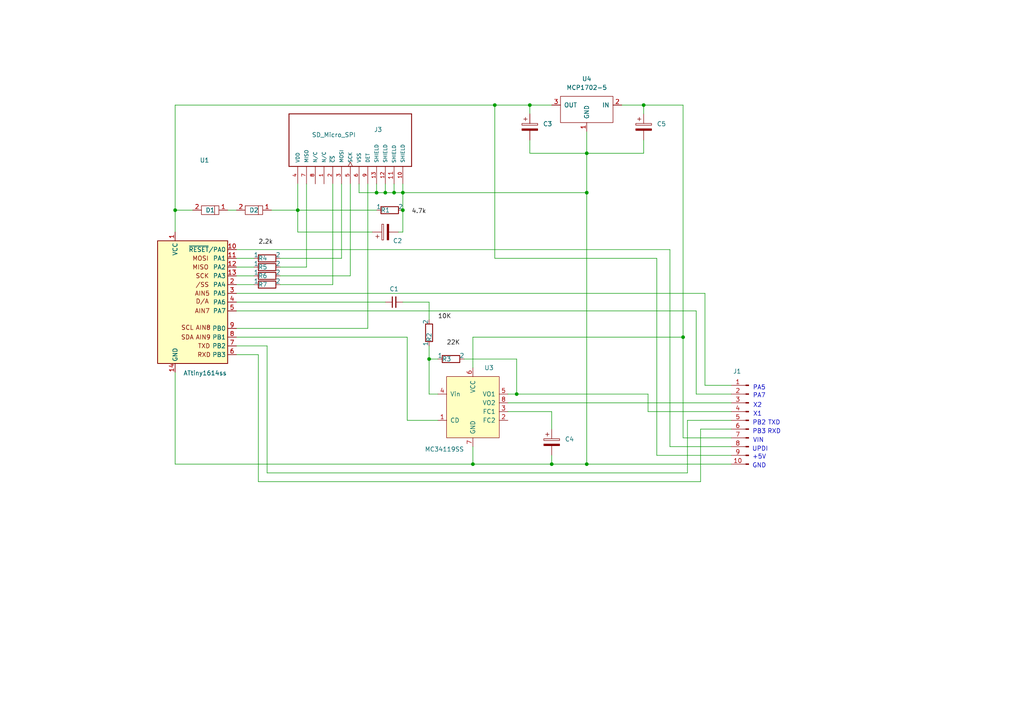
<source format=kicad_sch>
(kicad_sch
	(version 20231120)
	(generator "eeschema")
	(generator_version "8.0")
	(uuid "c0fa7822-cbd7-45a7-be11-26d1babbdc3f")
	(paper "A4")
	(lib_symbols
		(symbol "0_Library:1N4004"
			(pin_names
				(offset 1.016)
			)
			(exclude_from_sim no)
			(in_bom yes)
			(on_board yes)
			(property "Reference" "D"
				(at 5.08 0 0)
				(do_not_autoplace)
				(effects
					(font
						(size 1.27 1.27)
					)
				)
			)
			(property "Value" "1N4004"
				(at 12.7 -1.27 0)
				(do_not_autoplace)
				(effects
					(font
						(size 1.27 1.27)
					)
					(hide yes)
				)
			)
			(property "Footprint" "0_Footprint:DO_PWR"
				(at 3.81 -2.54 0)
				(effects
					(font
						(size 1.27 1.27)
					)
					(hide yes)
				)
			)
			(property "Datasheet" ""
				(at 5.08 0 0)
				(effects
					(font
						(size 1.27 1.27)
					)
					(hide yes)
				)
			)
			(property "Description" ""
				(at 0 0 0)
				(effects
					(font
						(size 1.27 1.27)
					)
					(hide yes)
				)
			)
			(symbol "1N4004_0_1"
				(polyline
					(pts
						(xy 3.81 1.27) (xy 3.81 -1.27)
					)
					(stroke
						(width 0)
						(type solid)
					)
					(fill
						(type none)
					)
				)
				(rectangle
					(start 2.54 1.27)
					(end 7.62 -1.27)
					(stroke
						(width 0)
						(type solid)
					)
					(fill
						(type none)
					)
				)
			)
			(symbol "1N4004_1_1"
				(pin input line
					(at 0 0 0)
					(length 2.54)
					(name "~"
						(effects
							(font
								(size 1.27 1.27)
							)
						)
					)
					(number "1"
						(effects
							(font
								(size 1.27 1.27)
							)
						)
					)
				)
				(pin input line
					(at 10.16 0 180)
					(length 2.54)
					(name "~"
						(effects
							(font
								(size 1.27 1.27)
							)
						)
					)
					(number "2"
						(effects
							(font
								(size 1.27 1.27)
							)
						)
					)
				)
			)
		)
		(symbol "0_Library:ATtiny1614ss"
			(exclude_from_sim no)
			(in_bom yes)
			(on_board yes)
			(property "Reference" "U"
				(at -12.7 16.51 0)
				(effects
					(font
						(size 1.27 1.27)
					)
					(justify left bottom)
				)
			)
			(property "Value" "ATtiny1614ss"
				(at 20.32 -34.036 0)
				(effects
					(font
						(size 1.27 1.27)
					)
					(justify left top)
				)
			)
			(property "Footprint" "Package_SO:SOIC-14_3.9x8.7mm_P1.27mm"
				(at -2.54 33.02 0)
				(effects
					(font
						(size 1.27 1.27)
						(italic yes)
					)
					(hide yes)
				)
			)
			(property "Datasheet" ""
				(at -2.54 33.02 0)
				(effects
					(font
						(size 1.27 1.27)
					)
					(hide yes)
				)
			)
			(property "Description" ""
				(at -2.54 33.02 0)
				(effects
					(font
						(size 1.27 1.27)
					)
					(hide yes)
				)
			)
			(property "ki_keywords" "AVR 8bit Microcontroller tinyAVR"
				(at 0 0 0)
				(effects
					(font
						(size 1.27 1.27)
					)
					(hide yes)
				)
			)
			(property "ki_fp_filters" "SOIC*3.9x8.7mm*P1.27mm*"
				(at 0 0 0)
				(effects
					(font
						(size 1.27 1.27)
					)
					(hide yes)
				)
			)
			(symbol "ATtiny1614ss_0_1"
				(rectangle
					(start -7.62 12.7)
					(end 12.7 -22.86)
					(stroke
						(width 0.254)
						(type default)
					)
					(fill
						(type background)
					)
				)
			)
			(symbol "ATtiny1614ss_1_1"
				(text "/SS"
					(at 5.334 0 0)
					(effects
						(font
							(size 1.27 1.27)
						)
					)
				)
				(text "AIN5"
					(at 5.334 -2.54 0)
					(effects
						(font
							(size 1.27 1.27)
						)
					)
				)
				(text "AIN7"
					(at 5.334 -7.62 0)
					(effects
						(font
							(size 1.27 1.27)
						)
					)
				)
				(text "AIN8"
					(at 5.588 -12.446 0)
					(effects
						(font
							(size 1.27 1.27)
						)
					)
				)
				(text "AIN9"
					(at 5.588 -15.24 0)
					(effects
						(font
							(size 1.27 1.27)
						)
					)
				)
				(text "D/A"
					(at 5.334 -4.826 0)
					(effects
						(font
							(size 1.27 1.27)
						)
					)
				)
				(text "MISO"
					(at 4.826 5.08 0)
					(effects
						(font
							(size 1.27 1.27)
						)
					)
				)
				(text "MOSI"
					(at 4.826 7.62 0)
					(effects
						(font
							(size 1.27 1.27)
						)
					)
				)
				(text "RXD"
					(at 5.842 -20.32 0)
					(effects
						(font
							(size 1.27 1.27)
						)
					)
				)
				(text "SCK"
					(at 5.334 2.54 0)
					(effects
						(font
							(size 1.27 1.27)
						)
					)
				)
				(text "SCL"
					(at 1.016 -12.446 0)
					(effects
						(font
							(size 1.27 1.27)
						)
					)
				)
				(text "SDA"
					(at 1.016 -15.24 0)
					(effects
						(font
							(size 1.27 1.27)
						)
					)
				)
				(text "TXD"
					(at 5.842 -17.78 0)
					(effects
						(font
							(size 1.27 1.27)
						)
					)
				)
				(pin power_in line
					(at -2.54 15.24 270)
					(length 2.54)
					(name "VCC"
						(effects
							(font
								(size 1.27 1.27)
							)
						)
					)
					(number "1"
						(effects
							(font
								(size 1.27 1.27)
							)
						)
					)
				)
				(pin bidirectional line
					(at 15.24 10.16 180)
					(length 2.54)
					(name "~{RESET}/PA0"
						(effects
							(font
								(size 1.27 1.27)
							)
						)
					)
					(number "10"
						(effects
							(font
								(size 1.27 1.27)
							)
						)
					)
				)
				(pin bidirectional line
					(at 15.24 7.62 180)
					(length 2.54)
					(name "PA1"
						(effects
							(font
								(size 1.27 1.27)
							)
						)
					)
					(number "11"
						(effects
							(font
								(size 1.27 1.27)
							)
						)
					)
				)
				(pin bidirectional line
					(at 15.24 5.08 180)
					(length 2.54)
					(name "PA2"
						(effects
							(font
								(size 1.27 1.27)
							)
						)
					)
					(number "12"
						(effects
							(font
								(size 1.27 1.27)
							)
						)
					)
				)
				(pin bidirectional line
					(at 15.24 2.54 180)
					(length 2.54)
					(name "PA3"
						(effects
							(font
								(size 1.27 1.27)
							)
						)
					)
					(number "13"
						(effects
							(font
								(size 1.27 1.27)
							)
						)
					)
				)
				(pin power_in line
					(at -2.54 -25.4 90)
					(length 2.54)
					(name "GND"
						(effects
							(font
								(size 1.27 1.27)
							)
						)
					)
					(number "14"
						(effects
							(font
								(size 1.27 1.27)
							)
						)
					)
				)
				(pin bidirectional line
					(at 15.24 0 180)
					(length 2.54)
					(name "PA4"
						(effects
							(font
								(size 1.27 1.27)
							)
						)
					)
					(number "2"
						(effects
							(font
								(size 1.27 1.27)
							)
						)
					)
				)
				(pin bidirectional line
					(at 15.24 -2.54 180)
					(length 2.54)
					(name "PA5"
						(effects
							(font
								(size 1.27 1.27)
							)
						)
					)
					(number "3"
						(effects
							(font
								(size 1.27 1.27)
							)
						)
					)
				)
				(pin bidirectional line
					(at 15.24 -5.08 180)
					(length 2.54)
					(name "PA6"
						(effects
							(font
								(size 1.27 1.27)
							)
						)
					)
					(number "4"
						(effects
							(font
								(size 1.27 1.27)
							)
						)
					)
				)
				(pin bidirectional line
					(at 15.24 -7.62 180)
					(length 2.54)
					(name "PA7"
						(effects
							(font
								(size 1.27 1.27)
							)
						)
					)
					(number "5"
						(effects
							(font
								(size 1.27 1.27)
							)
						)
					)
				)
				(pin bidirectional line
					(at 15.24 -20.32 180)
					(length 2.54)
					(name "PB3"
						(effects
							(font
								(size 1.27 1.27)
							)
						)
					)
					(number "6"
						(effects
							(font
								(size 1.27 1.27)
							)
						)
					)
				)
				(pin bidirectional line
					(at 15.24 -17.78 180)
					(length 2.54)
					(name "PB2"
						(effects
							(font
								(size 1.27 1.27)
							)
						)
					)
					(number "7"
						(effects
							(font
								(size 1.27 1.27)
							)
						)
					)
				)
				(pin bidirectional line
					(at 15.24 -15.24 180)
					(length 2.54)
					(name "PB1"
						(effects
							(font
								(size 1.27 1.27)
							)
						)
					)
					(number "8"
						(effects
							(font
								(size 1.27 1.27)
							)
						)
					)
				)
				(pin bidirectional line
					(at 15.24 -12.7 180)
					(length 2.54)
					(name "PB0"
						(effects
							(font
								(size 1.27 1.27)
							)
						)
					)
					(number "9"
						(effects
							(font
								(size 1.27 1.27)
							)
						)
					)
				)
			)
		)
		(symbol "0_Library:CP_Small"
			(pin_numbers hide)
			(pin_names
				(offset 0.0508)
			)
			(exclude_from_sim no)
			(in_bom yes)
			(on_board yes)
			(property "Reference" "C"
				(at 0.635 6.35 0)
				(effects
					(font
						(size 1.27 1.27)
					)
					(justify left)
				)
			)
			(property "Value" "CP_Small"
				(at 0.635 1.27 0)
				(effects
					(font
						(size 1.27 1.27)
					)
					(justify left)
					(hide yes)
				)
			)
			(property "Footprint" "Capacitor_THT:CP_Radial_D4.0mm_P2.00mm"
				(at 0.9652 0 0)
				(effects
					(font
						(size 1.27 1.27)
					)
					(hide yes)
				)
			)
			(property "Datasheet" "~"
				(at 0 3.81 0)
				(effects
					(font
						(size 1.27 1.27)
					)
					(hide yes)
				)
			)
			(property "Description" "Polarized capacitor"
				(at 0 0 0)
				(effects
					(font
						(size 1.27 1.27)
					)
					(hide yes)
				)
			)
			(property "ki_keywords" "cap capacitor"
				(at 0 0 0)
				(effects
					(font
						(size 1.27 1.27)
					)
					(hide yes)
				)
			)
			(property "ki_fp_filters" "CP_*"
				(at 0 0 0)
				(effects
					(font
						(size 1.27 1.27)
					)
					(hide yes)
				)
			)
			(symbol "CP_Small_0_1"
				(rectangle
					(start -2.286 4.318)
					(end 2.286 4.826)
					(stroke
						(width 0)
						(type solid)
					)
					(fill
						(type none)
					)
				)
				(polyline
					(pts
						(xy -1.778 6.096) (xy -0.762 6.096)
					)
					(stroke
						(width 0)
						(type solid)
					)
					(fill
						(type none)
					)
				)
				(polyline
					(pts
						(xy -1.27 6.604) (xy -1.27 5.588)
					)
					(stroke
						(width 0)
						(type solid)
					)
					(fill
						(type none)
					)
				)
				(rectangle
					(start 2.286 3.302)
					(end -2.286 2.794)
					(stroke
						(width 0)
						(type solid)
					)
					(fill
						(type outline)
					)
				)
			)
			(symbol "CP_Small_1_1"
				(pin passive line
					(at 0 7.62 270)
					(length 2.794)
					(name "~"
						(effects
							(font
								(size 1.27 1.27)
							)
						)
					)
					(number "1"
						(effects
							(font
								(size 1.27 1.27)
							)
						)
					)
				)
				(pin passive line
					(at 0 0 90)
					(length 2.794)
					(name "~"
						(effects
							(font
								(size 1.27 1.27)
							)
						)
					)
					(number "2"
						(effects
							(font
								(size 1.27 1.27)
							)
						)
					)
				)
			)
		)
		(symbol "0_Library:C_Disc"
			(pin_numbers hide)
			(pin_names
				(offset 0.254) hide)
			(exclude_from_sim no)
			(in_bom yes)
			(on_board yes)
			(property "Reference" "C"
				(at 0.254 1.778 0)
				(effects
					(font
						(size 1.27 1.27)
					)
					(justify left)
				)
			)
			(property "Value" "C_Disc"
				(at 0.254 -2.032 0)
				(effects
					(font
						(size 1.27 1.27)
					)
					(justify left)
					(hide yes)
				)
			)
			(property "Footprint" "0_Footprint:C_Disc1"
				(at 0 0 0)
				(effects
					(font
						(size 1.27 1.27)
					)
					(hide yes)
				)
			)
			(property "Datasheet" "~"
				(at 0 0 0)
				(effects
					(font
						(size 1.27 1.27)
					)
					(hide yes)
				)
			)
			(property "Description" "Unpolarized capacitor, small symbol"
				(at 0 0 0)
				(effects
					(font
						(size 1.27 1.27)
					)
					(hide yes)
				)
			)
			(property "ki_keywords" "capacitor cap"
				(at 0 0 0)
				(effects
					(font
						(size 1.27 1.27)
					)
					(hide yes)
				)
			)
			(property "ki_fp_filters" "C_*"
				(at 0 0 0)
				(effects
					(font
						(size 1.27 1.27)
					)
					(hide yes)
				)
			)
			(symbol "C_Disc_0_1"
				(polyline
					(pts
						(xy -1.524 -0.508) (xy 1.524 -0.508)
					)
					(stroke
						(width 0.3302)
						(type solid)
					)
					(fill
						(type none)
					)
				)
				(polyline
					(pts
						(xy -1.524 0.508) (xy 1.524 0.508)
					)
					(stroke
						(width 0.3048)
						(type solid)
					)
					(fill
						(type none)
					)
				)
			)
			(symbol "C_Disc_1_1"
				(pin passive line
					(at 0 2.54 270)
					(length 2.032)
					(name "~"
						(effects
							(font
								(size 1.27 1.27)
							)
						)
					)
					(number "1"
						(effects
							(font
								(size 1.27 1.27)
							)
						)
					)
				)
				(pin passive line
					(at 0 -2.54 90)
					(length 2.032)
					(name "~"
						(effects
							(font
								(size 1.27 1.27)
							)
						)
					)
					(number "2"
						(effects
							(font
								(size 1.27 1.27)
							)
						)
					)
				)
			)
		)
		(symbol "0_Library:Conn_01x10_MaleP"
			(pin_names
				(offset 1.016) hide)
			(exclude_from_sim no)
			(in_bom yes)
			(on_board yes)
			(property "Reference" "J"
				(at 0 12.7 0)
				(effects
					(font
						(size 1.27 1.27)
					)
				)
			)
			(property "Value" "Conn_01x10_MaleP"
				(at 0 -15.24 0)
				(effects
					(font
						(size 1.27 1.27)
					)
					(hide yes)
				)
			)
			(property "Footprint" "Connector_PinHeader_2.54mm:PinHeader_1x10_P2.54mm_Vertical"
				(at 0 0 0)
				(effects
					(font
						(size 1.27 1.27)
					)
					(hide yes)
				)
			)
			(property "Datasheet" "~"
				(at 0 0 0)
				(effects
					(font
						(size 1.27 1.27)
					)
					(hide yes)
				)
			)
			(property "Description" "Generic connector, single row, 01x10, script generated (kicad-library-utils/schlib/autogen/connector/)"
				(at 0 0 0)
				(effects
					(font
						(size 1.27 1.27)
					)
					(hide yes)
				)
			)
			(property "ki_keywords" "connector"
				(at 0 0 0)
				(effects
					(font
						(size 1.27 1.27)
					)
					(hide yes)
				)
			)
			(property "ki_fp_filters" "Connector*:*_1x??_*"
				(at 0 0 0)
				(effects
					(font
						(size 1.27 1.27)
					)
					(hide yes)
				)
			)
			(symbol "Conn_01x10_MaleP_1_1"
				(polyline
					(pts
						(xy 1.27 -12.7) (xy 0.8636 -12.7)
					)
					(stroke
						(width 0.1524)
						(type solid)
					)
					(fill
						(type none)
					)
				)
				(polyline
					(pts
						(xy 1.27 -10.16) (xy 0.8636 -10.16)
					)
					(stroke
						(width 0.1524)
						(type solid)
					)
					(fill
						(type none)
					)
				)
				(polyline
					(pts
						(xy 1.27 -7.62) (xy 0.8636 -7.62)
					)
					(stroke
						(width 0.1524)
						(type solid)
					)
					(fill
						(type none)
					)
				)
				(polyline
					(pts
						(xy 1.27 -5.08) (xy 0.8636 -5.08)
					)
					(stroke
						(width 0.1524)
						(type solid)
					)
					(fill
						(type none)
					)
				)
				(polyline
					(pts
						(xy 1.27 -2.54) (xy 0.8636 -2.54)
					)
					(stroke
						(width 0.1524)
						(type solid)
					)
					(fill
						(type none)
					)
				)
				(polyline
					(pts
						(xy 1.27 0) (xy 0.8636 0)
					)
					(stroke
						(width 0.1524)
						(type solid)
					)
					(fill
						(type none)
					)
				)
				(polyline
					(pts
						(xy 1.27 2.54) (xy 0.8636 2.54)
					)
					(stroke
						(width 0.1524)
						(type solid)
					)
					(fill
						(type none)
					)
				)
				(polyline
					(pts
						(xy 1.27 5.08) (xy 0.8636 5.08)
					)
					(stroke
						(width 0.1524)
						(type solid)
					)
					(fill
						(type none)
					)
				)
				(polyline
					(pts
						(xy 1.27 7.62) (xy 0.8636 7.62)
					)
					(stroke
						(width 0.1524)
						(type solid)
					)
					(fill
						(type none)
					)
				)
				(polyline
					(pts
						(xy 1.27 10.16) (xy 0.8636 10.16)
					)
					(stroke
						(width 0.1524)
						(type solid)
					)
					(fill
						(type none)
					)
				)
				(rectangle
					(start 0.8636 -12.573)
					(end 0 -12.827)
					(stroke
						(width 0.1524)
						(type solid)
					)
					(fill
						(type outline)
					)
				)
				(rectangle
					(start 0.8636 -10.033)
					(end 0 -10.287)
					(stroke
						(width 0.1524)
						(type solid)
					)
					(fill
						(type outline)
					)
				)
				(rectangle
					(start 0.8636 -7.493)
					(end 0 -7.747)
					(stroke
						(width 0.1524)
						(type solid)
					)
					(fill
						(type outline)
					)
				)
				(rectangle
					(start 0.8636 -4.953)
					(end 0 -5.207)
					(stroke
						(width 0.1524)
						(type solid)
					)
					(fill
						(type outline)
					)
				)
				(rectangle
					(start 0.8636 -2.413)
					(end 0 -2.667)
					(stroke
						(width 0.1524)
						(type solid)
					)
					(fill
						(type outline)
					)
				)
				(rectangle
					(start 0.8636 0.127)
					(end 0 -0.127)
					(stroke
						(width 0.1524)
						(type solid)
					)
					(fill
						(type outline)
					)
				)
				(rectangle
					(start 0.8636 2.667)
					(end 0 2.413)
					(stroke
						(width 0.1524)
						(type solid)
					)
					(fill
						(type outline)
					)
				)
				(rectangle
					(start 0.8636 5.207)
					(end 0 4.953)
					(stroke
						(width 0.1524)
						(type solid)
					)
					(fill
						(type outline)
					)
				)
				(rectangle
					(start 0.8636 7.747)
					(end 0 7.493)
					(stroke
						(width 0.1524)
						(type solid)
					)
					(fill
						(type outline)
					)
				)
				(rectangle
					(start 0.8636 10.287)
					(end 0 10.033)
					(stroke
						(width 0.1524)
						(type solid)
					)
					(fill
						(type outline)
					)
				)
				(pin passive line
					(at 5.08 10.16 180)
					(length 3.81)
					(name "Pin_1"
						(effects
							(font
								(size 1.27 1.27)
							)
						)
					)
					(number "1"
						(effects
							(font
								(size 1.27 1.27)
							)
						)
					)
				)
				(pin passive line
					(at 5.08 -12.7 180)
					(length 3.81)
					(name "Pin_10"
						(effects
							(font
								(size 1.27 1.27)
							)
						)
					)
					(number "10"
						(effects
							(font
								(size 1.27 1.27)
							)
						)
					)
				)
				(pin passive line
					(at 5.08 7.62 180)
					(length 3.81)
					(name "Pin_2"
						(effects
							(font
								(size 1.27 1.27)
							)
						)
					)
					(number "2"
						(effects
							(font
								(size 1.27 1.27)
							)
						)
					)
				)
				(pin passive line
					(at 5.08 5.08 180)
					(length 3.81)
					(name "Pin_3"
						(effects
							(font
								(size 1.27 1.27)
							)
						)
					)
					(number "3"
						(effects
							(font
								(size 1.27 1.27)
							)
						)
					)
				)
				(pin passive line
					(at 5.08 2.54 180)
					(length 3.81)
					(name "Pin_4"
						(effects
							(font
								(size 1.27 1.27)
							)
						)
					)
					(number "4"
						(effects
							(font
								(size 1.27 1.27)
							)
						)
					)
				)
				(pin passive line
					(at 5.08 0 180)
					(length 3.81)
					(name "Pin_5"
						(effects
							(font
								(size 1.27 1.27)
							)
						)
					)
					(number "5"
						(effects
							(font
								(size 1.27 1.27)
							)
						)
					)
				)
				(pin passive line
					(at 5.08 -2.54 180)
					(length 3.81)
					(name "Pin_6"
						(effects
							(font
								(size 1.27 1.27)
							)
						)
					)
					(number "6"
						(effects
							(font
								(size 1.27 1.27)
							)
						)
					)
				)
				(pin passive line
					(at 5.08 -5.08 180)
					(length 3.81)
					(name "Pin_7"
						(effects
							(font
								(size 1.27 1.27)
							)
						)
					)
					(number "7"
						(effects
							(font
								(size 1.27 1.27)
							)
						)
					)
				)
				(pin passive line
					(at 5.08 -7.62 180)
					(length 3.81)
					(name "Pin_8"
						(effects
							(font
								(size 1.27 1.27)
							)
						)
					)
					(number "8"
						(effects
							(font
								(size 1.27 1.27)
							)
						)
					)
				)
				(pin passive line
					(at 5.08 -10.16 180)
					(length 3.81)
					(name "Pin_9"
						(effects
							(font
								(size 1.27 1.27)
							)
						)
					)
					(number "9"
						(effects
							(font
								(size 1.27 1.27)
							)
						)
					)
				)
			)
		)
		(symbol "0_Library:MC34119SS"
			(pin_names
				(offset 1.016)
			)
			(exclude_from_sim no)
			(in_bom yes)
			(on_board yes)
			(property "Reference" "U"
				(at 5.08 7.62 0)
				(effects
					(font
						(size 1.27 1.27)
					)
				)
			)
			(property "Value" "MC34119SS"
				(at -7.62 7.62 0)
				(effects
					(font
						(size 1.27 1.27)
					)
				)
			)
			(property "Footprint" "Package_SO:SOIC-8_3.9x4.9mm_P1.27mm"
				(at 0 0 0)
				(effects
					(font
						(size 1.27 1.27)
					)
					(hide yes)
				)
			)
			(property "Datasheet" ""
				(at 0 0 0)
				(effects
					(font
						(size 1.27 1.27)
					)
					(hide yes)
				)
			)
			(property "Description" ""
				(at 0 0 0)
				(effects
					(font
						(size 1.27 1.27)
					)
					(hide yes)
				)
			)
			(symbol "MC34119SS_0_1"
				(rectangle
					(start -7.62 5.08)
					(end 7.62 -12.7)
					(stroke
						(width 0)
						(type solid)
					)
					(fill
						(type background)
					)
				)
			)
			(symbol "MC34119SS_1_1"
				(pin input line
					(at -10.16 -7.62 0)
					(length 2.54)
					(name "CD"
						(effects
							(font
								(size 1.27 1.27)
							)
						)
					)
					(number "1"
						(effects
							(font
								(size 1.27 1.27)
							)
						)
					)
				)
				(pin input line
					(at 10.16 -7.62 180)
					(length 2.54)
					(name "FC2"
						(effects
							(font
								(size 1.27 1.27)
							)
						)
					)
					(number "2"
						(effects
							(font
								(size 1.27 1.27)
							)
						)
					)
				)
				(pin input line
					(at 10.16 -5.08 180)
					(length 2.54)
					(name "FC1"
						(effects
							(font
								(size 1.27 1.27)
							)
						)
					)
					(number "3"
						(effects
							(font
								(size 1.27 1.27)
							)
						)
					)
				)
				(pin input line
					(at -10.16 0 0)
					(length 2.54)
					(name "Vin"
						(effects
							(font
								(size 1.27 1.27)
							)
						)
					)
					(number "4"
						(effects
							(font
								(size 1.27 1.27)
							)
						)
					)
				)
				(pin output line
					(at 10.16 0 180)
					(length 2.54)
					(name "VO1"
						(effects
							(font
								(size 1.27 1.27)
							)
						)
					)
					(number "5"
						(effects
							(font
								(size 1.27 1.27)
							)
						)
					)
				)
				(pin input line
					(at 0 7.62 270)
					(length 2.54)
					(name "VCC"
						(effects
							(font
								(size 1.27 1.27)
							)
						)
					)
					(number "6"
						(effects
							(font
								(size 1.27 1.27)
							)
						)
					)
				)
				(pin input line
					(at 0 -15.24 90)
					(length 2.54)
					(name "GND"
						(effects
							(font
								(size 1.27 1.27)
							)
						)
					)
					(number "7"
						(effects
							(font
								(size 1.27 1.27)
							)
						)
					)
				)
				(pin output line
					(at 10.16 -2.54 180)
					(length 2.54)
					(name "VO2"
						(effects
							(font
								(size 1.27 1.27)
							)
						)
					)
					(number "8"
						(effects
							(font
								(size 1.27 1.27)
							)
						)
					)
				)
			)
		)
		(symbol "0_Library:MCP1702-5"
			(pin_names
				(offset 1.016)
			)
			(exclude_from_sim no)
			(in_bom yes)
			(on_board yes)
			(property "Reference" "U"
				(at -7.62 7.62 0)
				(effects
					(font
						(size 1.27 1.27)
					)
				)
			)
			(property "Value" "MCP1702-5"
				(at -2.54 5.08 0)
				(effects
					(font
						(size 1.27 1.27)
					)
				)
			)
			(property "Footprint" "0_Footprint:TO-92X"
				(at 7.62 -7.62 0)
				(effects
					(font
						(size 1.27 1.27)
					)
					(hide yes)
				)
			)
			(property "Datasheet" ""
				(at 0 0 0)
				(effects
					(font
						(size 1.27 1.27)
					)
					(hide yes)
				)
			)
			(property "Description" ""
				(at 0 0 0)
				(effects
					(font
						(size 1.27 1.27)
					)
					(hide yes)
				)
			)
			(symbol "MCP1702-5_0_1"
				(rectangle
					(start -10.16 2.54)
					(end 5.08 -5.08)
					(stroke
						(width 0)
						(type solid)
					)
					(fill
						(type none)
					)
				)
			)
			(symbol "MCP1702-5_1_1"
				(pin input line
					(at -2.54 -7.62 90)
					(length 2.54)
					(name "GND"
						(effects
							(font
								(size 1.27 1.27)
							)
						)
					)
					(number "1"
						(effects
							(font
								(size 1.27 1.27)
							)
						)
					)
				)
				(pin input line
					(at -12.7 0 0)
					(length 2.54)
					(name "IN"
						(effects
							(font
								(size 1.27 1.27)
							)
						)
					)
					(number "2"
						(effects
							(font
								(size 1.27 1.27)
							)
						)
					)
				)
				(pin input line
					(at 7.62 0 180)
					(length 2.54)
					(name "OUT"
						(effects
							(font
								(size 1.27 1.27)
							)
						)
					)
					(number "3"
						(effects
							(font
								(size 1.27 1.27)
							)
						)
					)
				)
			)
		)
		(symbol "0_Library:Resistor"
			(pin_numbers hide)
			(pin_names
				(offset 0)
			)
			(exclude_from_sim no)
			(in_bom yes)
			(on_board yes)
			(property "Reference" "R"
				(at 2.54 0 0)
				(do_not_autoplace)
				(effects
					(font
						(size 1.27 1.27)
					)
				)
			)
			(property "Value" "Resistor"
				(at 7.62 0.635 0)
				(effects
					(font
						(size 0.2032 0.2032)
					)
					(hide yes)
				)
			)
			(property "Footprint" "0_Footprint:QWSlim"
				(at 5.08 -2.54 0)
				(effects
					(font
						(size 1.27 1.27)
					)
					(hide yes)
				)
			)
			(property "Datasheet" "~"
				(at 3.81 2.54 90)
				(effects
					(font
						(size 1.27 1.27)
					)
					(hide yes)
				)
			)
			(property "Description" "Resistor"
				(at 0 0 0)
				(effects
					(font
						(size 1.27 1.27)
					)
					(hide yes)
				)
			)
			(property "ki_keywords" "R res resistor"
				(at 0 0 0)
				(effects
					(font
						(size 1.27 1.27)
					)
					(hide yes)
				)
			)
			(property "ki_fp_filters" "R_*"
				(at 0 0 0)
				(effects
					(font
						(size 1.27 1.27)
					)
					(hide yes)
				)
			)
			(symbol "Resistor_1_1"
				(rectangle
					(start 1.27 1.016)
					(end 6.35 -1.016)
					(stroke
						(width 0.254)
						(type solid)
					)
					(fill
						(type none)
					)
				)
				(pin passive line
					(at 0 0 0)
					(length 1.27)
					(name "1"
						(effects
							(font
								(size 1.27 1.27)
							)
						)
					)
					(number "1"
						(effects
							(font
								(size 1.27 1.27)
							)
						)
					)
				)
				(pin passive line
					(at 7.62 0 180)
					(length 1.27)
					(name "2"
						(effects
							(font
								(size 1.27 1.27)
							)
						)
					)
					(number "2"
						(effects
							(font
								(size 1.27 1.27)
							)
						)
					)
				)
			)
		)
		(symbol "0_Library:SD_Micro_SPI"
			(pin_names
				(offset 1.016)
			)
			(exclude_from_sim no)
			(in_bom yes)
			(on_board yes)
			(property "Reference" "J"
				(at 6.096 16.51 0)
				(effects
					(font
						(size 1.27 1.27)
					)
					(justify left bottom)
				)
			)
			(property "Value" "SD_Micro_SPI"
				(at 11.938 -15.494 90)
				(effects
					(font
						(size 1.27 1.27)
					)
					(justify left bottom)
				)
			)
			(property "Footprint" "0_Footprint:SD_Micro4A"
				(at 12.7 5.08 0)
				(effects
					(font
						(size 1.27 1.27)
					)
					(justify left bottom)
					(hide yes)
				)
			)
			(property "Datasheet" ""
				(at 0 -1.27 0)
				(effects
					(font
						(size 1.27 1.27)
					)
					(justify left bottom)
					(hide yes)
				)
			)
			(property "Description" ""
				(at 0 -1.27 0)
				(effects
					(font
						(size 1.27 1.27)
					)
					(hide yes)
				)
			)
			(property "MANUFACTURER" "GCT"
				(at 12.7 8.89 0)
				(effects
					(font
						(size 1.27 1.27)
					)
					(justify left bottom)
					(hide yes)
				)
			)
			(symbol "SD_Micro_SPI_0_0"
				(polyline
					(pts
						(xy 0 -20.32) (xy 0 15.24)
					)
					(stroke
						(width 0.254)
						(type solid)
					)
					(fill
						(type none)
					)
				)
				(polyline
					(pts
						(xy 0 15.24) (xy 15.24 15.24)
					)
					(stroke
						(width 0.254)
						(type solid)
					)
					(fill
						(type none)
					)
				)
				(polyline
					(pts
						(xy 15.24 -20.32) (xy 0 -20.32)
					)
					(stroke
						(width 0.254)
						(type solid)
					)
					(fill
						(type none)
					)
				)
				(polyline
					(pts
						(xy 15.24 15.24) (xy 15.24 -20.32)
					)
					(stroke
						(width 0.254)
						(type solid)
					)
					(fill
						(type none)
					)
				)
				(pin bidirectional line
					(at -5.08 5.08 0)
					(length 5.08)
					(name "N/C"
						(effects
							(font
								(size 1.016 1.016)
							)
						)
					)
					(number "1"
						(effects
							(font
								(size 1.016 1.016)
							)
						)
					)
				)
				(pin passive line
					(at -5.08 -17.78 0)
					(length 5.08)
					(name "SHIELD"
						(effects
							(font
								(size 1.016 1.016)
							)
						)
					)
					(number "10"
						(effects
							(font
								(size 1.016 1.016)
							)
						)
					)
				)
				(pin passive line
					(at -5.08 -12.7 0)
					(length 5.08)
					(name "SHIELD"
						(effects
							(font
								(size 1.016 1.016)
							)
						)
					)
					(number "12"
						(effects
							(font
								(size 1.016 1.016)
							)
						)
					)
				)
				(pin passive line
					(at -5.08 -10.16 0)
					(length 5.08)
					(name "SHIELD"
						(effects
							(font
								(size 1.016 1.016)
							)
						)
					)
					(number "13"
						(effects
							(font
								(size 1.016 1.016)
							)
						)
					)
				)
				(pin bidirectional line
					(at -5.08 2.54 0)
					(length 5.08)
					(name "~{CS}"
						(effects
							(font
								(size 1.016 1.016)
							)
						)
					)
					(number "2"
						(effects
							(font
								(size 1.016 1.016)
							)
						)
					)
				)
				(pin bidirectional line
					(at -5.08 0 0)
					(length 5.08)
					(name "MOSI"
						(effects
							(font
								(size 1.016 1.016)
							)
						)
					)
					(number "3"
						(effects
							(font
								(size 1.016 1.016)
							)
						)
					)
				)
				(pin power_in line
					(at -5.08 12.7 0)
					(length 5.08)
					(name "VDD"
						(effects
							(font
								(size 1.016 1.016)
							)
						)
					)
					(number "4"
						(effects
							(font
								(size 1.016 1.016)
							)
						)
					)
				)
				(pin bidirectional clock
					(at -5.08 -2.54 0)
					(length 5.08)
					(name "SCK"
						(effects
							(font
								(size 1.016 1.016)
							)
						)
					)
					(number "5"
						(effects
							(font
								(size 1.016 1.016)
							)
						)
					)
				)
				(pin power_in line
					(at -5.08 -5.08 0)
					(length 5.08)
					(name "VSS"
						(effects
							(font
								(size 1.016 1.016)
							)
						)
					)
					(number "6"
						(effects
							(font
								(size 1.016 1.016)
							)
						)
					)
				)
				(pin bidirectional line
					(at -5.08 10.16 0)
					(length 5.08)
					(name "MISO"
						(effects
							(font
								(size 1.016 1.016)
							)
						)
					)
					(number "7"
						(effects
							(font
								(size 1.016 1.016)
							)
						)
					)
				)
				(pin bidirectional line
					(at -5.08 7.62 0)
					(length 5.08)
					(name "N/C"
						(effects
							(font
								(size 1.016 1.016)
							)
						)
					)
					(number "8"
						(effects
							(font
								(size 1.016 1.016)
							)
						)
					)
				)
				(pin passive line
					(at -5.08 -7.62 0)
					(length 5.08)
					(name "DET"
						(effects
							(font
								(size 1.016 1.016)
							)
						)
					)
					(number "9"
						(effects
							(font
								(size 1.016 1.016)
							)
						)
					)
				)
			)
			(symbol "SD_Micro_SPI_1_1"
				(pin input line
					(at -5.08 -15.24 0)
					(length 5.0038)
					(name "SHIELD"
						(effects
							(font
								(size 0.9906 0.9906)
							)
						)
					)
					(number "11"
						(effects
							(font
								(size 1.27 1.27)
							)
						)
					)
				)
			)
		)
	)
	(junction
		(at 116.84 55.88)
		(diameter 0)
		(color 0 0 0 0)
		(uuid "19d70718-8dfb-44fa-9e2a-6c868cae6d53")
	)
	(junction
		(at 170.18 134.62)
		(diameter 0)
		(color 0 0 0 0)
		(uuid "1cc6081e-3e42-47b4-9953-25420aa09340")
	)
	(junction
		(at 170.18 44.45)
		(diameter 0)
		(color 0 0 0 0)
		(uuid "25dba3a2-db07-49ab-833a-fe0d7bc92e43")
	)
	(junction
		(at 124.46 104.14)
		(diameter 0)
		(color 0 0 0 0)
		(uuid "2d2867f5-7c26-4e76-b217-27db41c33886")
	)
	(junction
		(at 86.36 60.96)
		(diameter 0)
		(color 0 0 0 0)
		(uuid "2e68ddc5-219a-43ca-bce8-70c3f9bce4cc")
	)
	(junction
		(at 170.18 55.88)
		(diameter 0)
		(color 0 0 0 0)
		(uuid "355e36fc-c765-4c56-87f2-57a19256e708")
	)
	(junction
		(at 149.86 114.3)
		(diameter 0)
		(color 0 0 0 0)
		(uuid "3a458917-0a1a-4927-9635-cc74f756eada")
	)
	(junction
		(at 116.84 60.96)
		(diameter 0)
		(color 0 0 0 0)
		(uuid "592753d9-4a97-4d4c-a649-d9afeabbcdbb")
	)
	(junction
		(at 143.51 30.48)
		(diameter 0)
		(color 0 0 0 0)
		(uuid "74063bf3-5e38-4f10-9d54-ad91a5b7af13")
	)
	(junction
		(at 137.16 134.62)
		(diameter 0)
		(color 0 0 0 0)
		(uuid "7be76adc-01f3-49f9-b3b7-c606c179bedb")
	)
	(junction
		(at 153.67 30.48)
		(diameter 0)
		(color 0 0 0 0)
		(uuid "7ce93ba5-155e-4745-970c-fe8a73b2246f")
	)
	(junction
		(at 111.76 55.88)
		(diameter 0)
		(color 0 0 0 0)
		(uuid "ab1c6846-22a7-44ad-be46-f8f10672e0ca")
	)
	(junction
		(at 50.8 60.96)
		(diameter 0)
		(color 0 0 0 0)
		(uuid "b2738b3a-5330-4030-9a87-5f5f84742ba1")
	)
	(junction
		(at 114.3 55.88)
		(diameter 0)
		(color 0 0 0 0)
		(uuid "e4363692-9f77-4c4e-ad86-b3183f519442")
	)
	(junction
		(at 160.02 134.62)
		(diameter 0)
		(color 0 0 0 0)
		(uuid "ecc4e043-3e03-4e66-a65e-8d6005eef442")
	)
	(junction
		(at 198.12 97.79)
		(diameter 0)
		(color 0 0 0 0)
		(uuid "f2bdc334-8fc9-4b41-bade-1f15794cde7f")
	)
	(junction
		(at 186.69 30.48)
		(diameter 0)
		(color 0 0 0 0)
		(uuid "f34749e2-6e87-4da8-a0cf-a2b766bc5f0f")
	)
	(junction
		(at 109.22 55.88)
		(diameter 0)
		(color 0 0 0 0)
		(uuid "ff0f4c42-29c3-40e1-9c77-6cae1d7e92d1")
	)
	(wire
		(pts
			(xy 107.95 67.31) (xy 86.36 67.31)
		)
		(stroke
			(width 0)
			(type default)
		)
		(uuid "0091aa54-00cd-41f1-8ce5-195138d32238")
	)
	(wire
		(pts
			(xy 143.51 74.93) (xy 190.5 74.93)
		)
		(stroke
			(width 0)
			(type default)
		)
		(uuid "0240e99b-f62f-435c-b6ca-aefe4fd11506")
	)
	(wire
		(pts
			(xy 170.18 55.88) (xy 170.18 134.62)
		)
		(stroke
			(width 0)
			(type default)
		)
		(uuid "0370b3ef-98e4-44e6-81e5-26a01f2b4c10")
	)
	(wire
		(pts
			(xy 170.18 44.45) (xy 153.67 44.45)
		)
		(stroke
			(width 0)
			(type default)
		)
		(uuid "0a267dfe-2c40-4fd7-af8e-ade3d76149ff")
	)
	(wire
		(pts
			(xy 199.39 121.92) (xy 212.09 121.92)
		)
		(stroke
			(width 0)
			(type default)
		)
		(uuid "0deec79f-fa49-41da-a6dd-796f63da6ee5")
	)
	(wire
		(pts
			(xy 124.46 104.14) (xy 124.46 114.3)
		)
		(stroke
			(width 0)
			(type default)
		)
		(uuid "0fd6d181-3841-4ec7-b68b-c84a3be3d772")
	)
	(wire
		(pts
			(xy 186.69 40.64) (xy 186.69 44.45)
		)
		(stroke
			(width 0)
			(type default)
		)
		(uuid "109cbc39-ccb6-4f3b-bef2-07f6402a4607")
	)
	(wire
		(pts
			(xy 77.47 137.16) (xy 199.39 137.16)
		)
		(stroke
			(width 0)
			(type default)
		)
		(uuid "11972e7e-77e1-4ecb-9d6a-c87c95132db7")
	)
	(wire
		(pts
			(xy 147.32 116.84) (xy 212.09 116.84)
		)
		(stroke
			(width 0)
			(type default)
		)
		(uuid "12f6e8a3-a4a0-4587-a92a-c185ca1f66f4")
	)
	(wire
		(pts
			(xy 203.2 124.46) (xy 203.2 139.7)
		)
		(stroke
			(width 0)
			(type default)
		)
		(uuid "152458bd-1eb1-4597-b0ea-4c97c9ec1def")
	)
	(wire
		(pts
			(xy 201.93 90.17) (xy 201.93 114.3)
		)
		(stroke
			(width 0)
			(type default)
		)
		(uuid "1996bbbb-9d42-4406-9167-bef47eaa35cb")
	)
	(wire
		(pts
			(xy 124.46 104.14) (xy 127 104.14)
		)
		(stroke
			(width 0)
			(type default)
		)
		(uuid "1e3904ff-285a-4313-868f-c76b6d93502b")
	)
	(wire
		(pts
			(xy 111.76 55.88) (xy 114.3 55.88)
		)
		(stroke
			(width 0)
			(type default)
		)
		(uuid "1f4c03aa-f715-4b67-8dd3-14ec1e037c50")
	)
	(wire
		(pts
			(xy 50.8 60.96) (xy 50.8 67.31)
		)
		(stroke
			(width 0)
			(type default)
		)
		(uuid "2008fd08-65d1-4c2d-a4d7-ca98c8819525")
	)
	(wire
		(pts
			(xy 180.34 30.48) (xy 186.69 30.48)
		)
		(stroke
			(width 0)
			(type default)
		)
		(uuid "228dfc33-7fdd-42b9-b134-e3852961aa6d")
	)
	(wire
		(pts
			(xy 116.84 55.88) (xy 170.18 55.88)
		)
		(stroke
			(width 0)
			(type default)
		)
		(uuid "2423812c-353d-43b8-b8c0-334a0448efc0")
	)
	(wire
		(pts
			(xy 109.22 53.34) (xy 109.22 55.88)
		)
		(stroke
			(width 0)
			(type default)
		)
		(uuid "257ae5e5-2120-40bf-a016-36c90d76704e")
	)
	(wire
		(pts
			(xy 198.12 97.79) (xy 198.12 127)
		)
		(stroke
			(width 0)
			(type default)
		)
		(uuid "27cde806-d78a-4bd0-b3b2-af6f71a95253")
	)
	(wire
		(pts
			(xy 116.84 60.96) (xy 116.84 67.31)
		)
		(stroke
			(width 0)
			(type default)
		)
		(uuid "290e451d-36a5-4604-bfaf-9f96f2f1079e")
	)
	(wire
		(pts
			(xy 137.16 106.68) (xy 137.16 97.79)
		)
		(stroke
			(width 0)
			(type default)
		)
		(uuid "298c6b84-4df9-4709-bb6c-e7c192083035")
	)
	(wire
		(pts
			(xy 68.58 82.55) (xy 73.66 82.55)
		)
		(stroke
			(width 0)
			(type default)
		)
		(uuid "2a11b299-9eba-4f18-a4e0-8e44fb6f550f")
	)
	(wire
		(pts
			(xy 114.3 53.34) (xy 114.3 55.88)
		)
		(stroke
			(width 0)
			(type default)
		)
		(uuid "2bc2ad6e-a262-473a-bd9c-7e8b8ee7a033")
	)
	(wire
		(pts
			(xy 137.16 134.62) (xy 160.02 134.62)
		)
		(stroke
			(width 0)
			(type default)
		)
		(uuid "2bf28c8f-ad5c-403a-8086-d26d23522e0a")
	)
	(wire
		(pts
			(xy 50.8 60.96) (xy 55.88 60.96)
		)
		(stroke
			(width 0)
			(type default)
		)
		(uuid "3028f825-8066-4164-b8df-2125ec4fca9d")
	)
	(wire
		(pts
			(xy 143.51 30.48) (xy 153.67 30.48)
		)
		(stroke
			(width 0)
			(type default)
		)
		(uuid "303cc0ee-861d-4ac0-b263-64c1d85aa789")
	)
	(wire
		(pts
			(xy 143.51 30.48) (xy 143.51 74.93)
		)
		(stroke
			(width 0)
			(type default)
		)
		(uuid "32227bbb-1914-4e83-98d5-c573497645eb")
	)
	(wire
		(pts
			(xy 68.58 87.63) (xy 111.76 87.63)
		)
		(stroke
			(width 0)
			(type default)
		)
		(uuid "356d2c2c-44b2-4335-b290-98bc8425053c")
	)
	(wire
		(pts
			(xy 66.04 60.96) (xy 68.58 60.96)
		)
		(stroke
			(width 0)
			(type default)
		)
		(uuid "389e7553-99cb-4161-981e-0d31f53049bd")
	)
	(wire
		(pts
			(xy 68.58 97.79) (xy 118.11 97.79)
		)
		(stroke
			(width 0)
			(type default)
		)
		(uuid "410cdbb7-7182-4788-a6e4-6fc3b06d8611")
	)
	(wire
		(pts
			(xy 160.02 119.38) (xy 160.02 124.46)
		)
		(stroke
			(width 0)
			(type default)
		)
		(uuid "412d7112-b3bf-4119-8752-6760d9c0810a")
	)
	(wire
		(pts
			(xy 116.84 53.34) (xy 116.84 55.88)
		)
		(stroke
			(width 0)
			(type default)
		)
		(uuid "424698e4-86a1-42a8-b283-34aa3895df1c")
	)
	(wire
		(pts
			(xy 50.8 30.48) (xy 50.8 60.96)
		)
		(stroke
			(width 0)
			(type default)
		)
		(uuid "44d4a9e5-46ad-407d-90b9-7d5b9eb859e6")
	)
	(wire
		(pts
			(xy 190.5 74.93) (xy 190.5 132.08)
		)
		(stroke
			(width 0)
			(type default)
		)
		(uuid "45b35722-630c-4d46-8f0f-634e0af683ff")
	)
	(wire
		(pts
			(xy 68.58 100.33) (xy 77.47 100.33)
		)
		(stroke
			(width 0)
			(type default)
		)
		(uuid "51da478e-21d9-4ab7-b588-419641b1d078")
	)
	(wire
		(pts
			(xy 96.52 53.34) (xy 96.52 82.55)
		)
		(stroke
			(width 0)
			(type default)
		)
		(uuid "546ff3a9-f1fb-4d1c-820f-372aa8431268")
	)
	(wire
		(pts
			(xy 50.8 107.95) (xy 50.8 134.62)
		)
		(stroke
			(width 0)
			(type default)
		)
		(uuid "55833bed-7035-4455-8428-3792aeae03f6")
	)
	(wire
		(pts
			(xy 106.68 95.25) (xy 68.58 95.25)
		)
		(stroke
			(width 0)
			(type default)
		)
		(uuid "5b1db52f-7aef-4eb2-a055-c0d8a7f22cf9")
	)
	(wire
		(pts
			(xy 68.58 77.47) (xy 73.66 77.47)
		)
		(stroke
			(width 0)
			(type default)
		)
		(uuid "5d954e03-5711-4e40-875a-122ef67b6c18")
	)
	(wire
		(pts
			(xy 99.06 74.93) (xy 99.06 53.34)
		)
		(stroke
			(width 0)
			(type default)
		)
		(uuid "5e34bb9c-f0ad-4725-97dd-7b5bd79262b2")
	)
	(wire
		(pts
			(xy 194.31 72.39) (xy 194.31 129.54)
		)
		(stroke
			(width 0)
			(type default)
		)
		(uuid "5e8c1ca7-29fc-48fd-9711-453f91bbf740")
	)
	(wire
		(pts
			(xy 187.96 114.3) (xy 187.96 119.38)
		)
		(stroke
			(width 0)
			(type default)
		)
		(uuid "630fd4a7-d006-435a-ad71-166325ec5ceb")
	)
	(wire
		(pts
			(xy 68.58 90.17) (xy 201.93 90.17)
		)
		(stroke
			(width 0)
			(type default)
		)
		(uuid "63d19b7a-08af-4f26-af2d-0e90ead202f7")
	)
	(wire
		(pts
			(xy 68.58 85.09) (xy 204.47 85.09)
		)
		(stroke
			(width 0)
			(type default)
		)
		(uuid "6502e346-800c-40f8-a170-f4369d33bae3")
	)
	(wire
		(pts
			(xy 186.69 33.02) (xy 186.69 30.48)
		)
		(stroke
			(width 0)
			(type default)
		)
		(uuid "65293ec7-08a3-429e-8ee0-aeed819c4858")
	)
	(wire
		(pts
			(xy 194.31 129.54) (xy 212.09 129.54)
		)
		(stroke
			(width 0)
			(type default)
		)
		(uuid "663b2b03-4e6f-495c-9642-4d775bcfb09f")
	)
	(wire
		(pts
			(xy 170.18 134.62) (xy 212.09 134.62)
		)
		(stroke
			(width 0)
			(type default)
		)
		(uuid "66ea1cc6-5269-40cd-8c1a-d83fe4296cc7")
	)
	(wire
		(pts
			(xy 153.67 30.48) (xy 153.67 33.02)
		)
		(stroke
			(width 0)
			(type default)
		)
		(uuid "67f11d49-fe9d-4172-b705-59e3c0d479c0")
	)
	(wire
		(pts
			(xy 186.69 30.48) (xy 198.12 30.48)
		)
		(stroke
			(width 0)
			(type default)
		)
		(uuid "6d92b172-994b-40cd-9364-01130e6185b6")
	)
	(wire
		(pts
			(xy 160.02 134.62) (xy 170.18 134.62)
		)
		(stroke
			(width 0)
			(type default)
		)
		(uuid "70193897-76c2-4bb3-9341-66c613cce9ec")
	)
	(wire
		(pts
			(xy 74.93 139.7) (xy 203.2 139.7)
		)
		(stroke
			(width 0)
			(type default)
		)
		(uuid "72285854-cbe6-4126-8544-d29f5c3b5784")
	)
	(wire
		(pts
			(xy 124.46 100.33) (xy 124.46 104.14)
		)
		(stroke
			(width 0)
			(type default)
		)
		(uuid "7245eb1c-4d68-4106-ae18-605e01f01612")
	)
	(wire
		(pts
			(xy 81.28 74.93) (xy 99.06 74.93)
		)
		(stroke
			(width 0)
			(type default)
		)
		(uuid "7c96a363-6fcd-4c05-9721-e19d6a1bab70")
	)
	(wire
		(pts
			(xy 50.8 30.48) (xy 143.51 30.48)
		)
		(stroke
			(width 0)
			(type default)
		)
		(uuid "7fab4736-3960-46fc-ab0f-d8743730495e")
	)
	(wire
		(pts
			(xy 203.2 124.46) (xy 212.09 124.46)
		)
		(stroke
			(width 0)
			(type default)
		)
		(uuid "85944a68-5766-4d9e-8f18-da9f146d9cab")
	)
	(wire
		(pts
			(xy 104.14 53.34) (xy 104.14 55.88)
		)
		(stroke
			(width 0)
			(type default)
		)
		(uuid "85e36fe9-1363-4353-b53c-71ddf3f981ec")
	)
	(wire
		(pts
			(xy 198.12 127) (xy 212.09 127)
		)
		(stroke
			(width 0)
			(type default)
		)
		(uuid "87c929c1-8863-4ec4-882b-442433e2afee")
	)
	(wire
		(pts
			(xy 68.58 102.87) (xy 74.93 102.87)
		)
		(stroke
			(width 0)
			(type default)
		)
		(uuid "8a6f9e82-a1d3-4780-945f-42a85e67f98c")
	)
	(wire
		(pts
			(xy 201.93 114.3) (xy 212.09 114.3)
		)
		(stroke
			(width 0)
			(type default)
		)
		(uuid "8b045db7-8fb7-460f-be03-c8e2f32fd483")
	)
	(wire
		(pts
			(xy 124.46 87.63) (xy 124.46 92.71)
		)
		(stroke
			(width 0)
			(type default)
		)
		(uuid "8cee53be-e219-4ee8-992a-7b7f5ebea13c")
	)
	(wire
		(pts
			(xy 78.74 60.96) (xy 86.36 60.96)
		)
		(stroke
			(width 0)
			(type default)
		)
		(uuid "91aa4d5c-4e1c-4c52-818b-7fde193b2aec")
	)
	(wire
		(pts
			(xy 137.16 129.54) (xy 137.16 134.62)
		)
		(stroke
			(width 0)
			(type default)
		)
		(uuid "9433611e-7f6e-4653-9bde-34d0d9e81193")
	)
	(wire
		(pts
			(xy 109.22 60.96) (xy 86.36 60.96)
		)
		(stroke
			(width 0)
			(type default)
		)
		(uuid "9817d456-a509-487a-a557-9cabd84c9af2")
	)
	(wire
		(pts
			(xy 68.58 74.93) (xy 73.66 74.93)
		)
		(stroke
			(width 0)
			(type default)
		)
		(uuid "99403995-ab84-4170-bdc6-db1a2f962490")
	)
	(wire
		(pts
			(xy 147.32 119.38) (xy 160.02 119.38)
		)
		(stroke
			(width 0)
			(type default)
		)
		(uuid "9ae6578f-28fa-44ff-93c7-b83b0e66b6f5")
	)
	(wire
		(pts
			(xy 81.28 80.01) (xy 101.6 80.01)
		)
		(stroke
			(width 0)
			(type default)
		)
		(uuid "9b078636-6d0b-476d-afec-9d9a06091ba7")
	)
	(wire
		(pts
			(xy 149.86 114.3) (xy 187.96 114.3)
		)
		(stroke
			(width 0)
			(type default)
		)
		(uuid "9b618458-8efa-4dcd-97af-ffc79baadf92")
	)
	(wire
		(pts
			(xy 106.68 53.34) (xy 106.68 95.25)
		)
		(stroke
			(width 0)
			(type default)
		)
		(uuid "9c50476d-aa21-4fe7-847d-380d8fb476a6")
	)
	(wire
		(pts
			(xy 153.67 40.64) (xy 153.67 44.45)
		)
		(stroke
			(width 0)
			(type default)
		)
		(uuid "a54f47e4-b200-447f-a40a-5827c45bfce4")
	)
	(wire
		(pts
			(xy 68.58 72.39) (xy 194.31 72.39)
		)
		(stroke
			(width 0)
			(type default)
		)
		(uuid "aac49193-4b36-41b7-9e84-95c087a830b0")
	)
	(wire
		(pts
			(xy 137.16 97.79) (xy 198.12 97.79)
		)
		(stroke
			(width 0)
			(type default)
		)
		(uuid "aacf8acb-a734-4575-b833-7cd842daa016")
	)
	(wire
		(pts
			(xy 101.6 80.01) (xy 101.6 53.34)
		)
		(stroke
			(width 0)
			(type default)
		)
		(uuid "b0fa9bb7-ee7c-4889-a84e-d15c2df8fbe7")
	)
	(wire
		(pts
			(xy 204.47 85.09) (xy 204.47 111.76)
		)
		(stroke
			(width 0)
			(type default)
		)
		(uuid "b25cbe24-0847-4f02-8aee-2f4c66cf1f9e")
	)
	(wire
		(pts
			(xy 134.62 104.14) (xy 149.86 104.14)
		)
		(stroke
			(width 0)
			(type default)
		)
		(uuid "b5cb2c61-b96d-43fb-acfb-a0f63b447b2c")
	)
	(wire
		(pts
			(xy 114.3 55.88) (xy 116.84 55.88)
		)
		(stroke
			(width 0)
			(type default)
		)
		(uuid "b6d0631e-f466-4326-b57c-7844bc9c86b5")
	)
	(wire
		(pts
			(xy 160.02 30.48) (xy 153.67 30.48)
		)
		(stroke
			(width 0)
			(type default)
		)
		(uuid "bf16aa3c-bf7f-411d-ab5a-10e66836a9a0")
	)
	(wire
		(pts
			(xy 115.57 67.31) (xy 116.84 67.31)
		)
		(stroke
			(width 0)
			(type default)
		)
		(uuid "c1093cb2-75f5-48b3-b663-31807af47d7c")
	)
	(wire
		(pts
			(xy 116.84 87.63) (xy 124.46 87.63)
		)
		(stroke
			(width 0)
			(type default)
		)
		(uuid "c6a9b183-bd10-417e-9176-e36a9fe7fd36")
	)
	(wire
		(pts
			(xy 77.47 100.33) (xy 77.47 137.16)
		)
		(stroke
			(width 0)
			(type default)
		)
		(uuid "ca4b3809-f2de-4b8a-a4fc-eb48f4677227")
	)
	(wire
		(pts
			(xy 118.11 97.79) (xy 118.11 121.92)
		)
		(stroke
			(width 0)
			(type default)
		)
		(uuid "cc0d3e28-9c7a-4a86-957c-a18fe4c4f6b1")
	)
	(wire
		(pts
			(xy 160.02 134.62) (xy 160.02 132.08)
		)
		(stroke
			(width 0)
			(type default)
		)
		(uuid "d0229367-910a-463d-9cfc-969516d7f70d")
	)
	(wire
		(pts
			(xy 170.18 38.1) (xy 170.18 44.45)
		)
		(stroke
			(width 0)
			(type default)
		)
		(uuid "d21655eb-dc03-4b6e-af3e-6b87cada99be")
	)
	(wire
		(pts
			(xy 74.93 102.87) (xy 74.93 139.7)
		)
		(stroke
			(width 0)
			(type default)
		)
		(uuid "d2a220d8-cd30-46cd-8827-a400bf2a12aa")
	)
	(wire
		(pts
			(xy 111.76 53.34) (xy 111.76 55.88)
		)
		(stroke
			(width 0)
			(type default)
		)
		(uuid "d4de69f2-509b-4bd1-add4-c2f4e7990d58")
	)
	(wire
		(pts
			(xy 170.18 44.45) (xy 170.18 55.88)
		)
		(stroke
			(width 0)
			(type default)
		)
		(uuid "d6ff513e-5515-42bd-8593-c5e91435b545")
	)
	(wire
		(pts
			(xy 68.58 80.01) (xy 73.66 80.01)
		)
		(stroke
			(width 0)
			(type default)
		)
		(uuid "d7f55fea-38ef-43d7-ae51-0a01fe41a38b")
	)
	(wire
		(pts
			(xy 50.8 134.62) (xy 137.16 134.62)
		)
		(stroke
			(width 0)
			(type default)
		)
		(uuid "d93048eb-072e-4e94-ae3d-253827e4d6da")
	)
	(wire
		(pts
			(xy 109.22 55.88) (xy 111.76 55.88)
		)
		(stroke
			(width 0)
			(type default)
		)
		(uuid "de4bfb73-7276-48f1-88dd-290f4b84f770")
	)
	(wire
		(pts
			(xy 187.96 119.38) (xy 212.09 119.38)
		)
		(stroke
			(width 0)
			(type default)
		)
		(uuid "de6e9ff6-0214-46d4-8077-2217bab3622b")
	)
	(wire
		(pts
			(xy 116.84 60.96) (xy 116.84 55.88)
		)
		(stroke
			(width 0)
			(type default)
		)
		(uuid "df206d48-4dc3-4ebd-95df-969d9be73c98")
	)
	(wire
		(pts
			(xy 149.86 114.3) (xy 147.32 114.3)
		)
		(stroke
			(width 0)
			(type default)
		)
		(uuid "e03afa4f-5a37-4cb6-b035-8a78359c0921")
	)
	(wire
		(pts
			(xy 104.14 55.88) (xy 109.22 55.88)
		)
		(stroke
			(width 0)
			(type default)
		)
		(uuid "e7ea0d8e-f813-4b6c-906c-2742d0b5d06b")
	)
	(wire
		(pts
			(xy 118.11 121.92) (xy 127 121.92)
		)
		(stroke
			(width 0)
			(type default)
		)
		(uuid "eb4c6de4-7826-4ba2-b535-5ae90ec6a39c")
	)
	(wire
		(pts
			(xy 81.28 77.47) (xy 88.9 77.47)
		)
		(stroke
			(width 0)
			(type default)
		)
		(uuid "eb94d1f5-8eac-41de-9de5-7a9a59b7d876")
	)
	(wire
		(pts
			(xy 81.28 82.55) (xy 96.52 82.55)
		)
		(stroke
			(width 0)
			(type default)
		)
		(uuid "eb9e78a1-9d85-47a2-adeb-087f9a2c9cf7")
	)
	(wire
		(pts
			(xy 198.12 30.48) (xy 198.12 97.79)
		)
		(stroke
			(width 0)
			(type default)
		)
		(uuid "ec939b59-0a93-4149-8fd6-641a777c3f1b")
	)
	(wire
		(pts
			(xy 86.36 53.34) (xy 86.36 60.96)
		)
		(stroke
			(width 0)
			(type default)
		)
		(uuid "f103a634-b74d-48c1-9f3a-a9f29f06d788")
	)
	(wire
		(pts
			(xy 170.18 44.45) (xy 186.69 44.45)
		)
		(stroke
			(width 0)
			(type default)
		)
		(uuid "f2b617aa-a544-4b85-9c28-c72653594719")
	)
	(wire
		(pts
			(xy 86.36 60.96) (xy 86.36 67.31)
		)
		(stroke
			(width 0)
			(type default)
		)
		(uuid "f4844a35-f96c-4ac9-9f88-6c7132e35bd8")
	)
	(wire
		(pts
			(xy 199.39 137.16) (xy 199.39 121.92)
		)
		(stroke
			(width 0)
			(type default)
		)
		(uuid "f56d1265-888c-451c-827b-d53f847eaaab")
	)
	(wire
		(pts
			(xy 88.9 77.47) (xy 88.9 53.34)
		)
		(stroke
			(width 0)
			(type default)
		)
		(uuid "f66e9d88-0537-4eda-8f67-22603bcbc340")
	)
	(wire
		(pts
			(xy 149.86 104.14) (xy 149.86 114.3)
		)
		(stroke
			(width 0)
			(type default)
		)
		(uuid "f6ada8fa-1097-466a-aaf0-606cf9e116b0")
	)
	(wire
		(pts
			(xy 204.47 111.76) (xy 212.09 111.76)
		)
		(stroke
			(width 0)
			(type default)
		)
		(uuid "f7405364-d7b6-4d3b-afc1-7a19e35124b3")
	)
	(wire
		(pts
			(xy 190.5 132.08) (xy 212.09 132.08)
		)
		(stroke
			(width 0)
			(type default)
		)
		(uuid "f9c1f87e-7831-491e-aed0-e67931741d7d")
	)
	(wire
		(pts
			(xy 124.46 114.3) (xy 127 114.3)
		)
		(stroke
			(width 0)
			(type default)
		)
		(uuid "fc712bcc-6122-409a-8b69-569eedbd62e5")
	)
	(text "RXD"
		(exclude_from_sim no)
		(at 224.536 125.222 0)
		(effects
			(font
				(size 1.27 1.27)
			)
		)
		(uuid "12acae6c-3a86-4e93-92c7-eee3b893a8c7")
	)
	(text "PA7"
		(exclude_from_sim no)
		(at 220.218 114.808 0)
		(effects
			(font
				(size 1.27 1.27)
			)
		)
		(uuid "15d90696-f000-4d6c-9527-c2bb899e12c6")
	)
	(text "PB2"
		(exclude_from_sim no)
		(at 220.218 122.682 0)
		(effects
			(font
				(size 1.27 1.27)
			)
		)
		(uuid "20b793ca-4345-40e0-b651-fdbeb20859cb")
	)
	(text "X1"
		(exclude_from_sim no)
		(at 219.71 120.142 0)
		(effects
			(font
				(size 1.27 1.27)
			)
		)
		(uuid "226166da-905a-476a-bff7-f4b0ea8eb7b2")
	)
	(text "TXD"
		(exclude_from_sim no)
		(at 224.536 122.682 0)
		(effects
			(font
				(size 1.27 1.27)
			)
		)
		(uuid "3a5c7c62-6f9d-4851-b969-46446fd693fe")
	)
	(text "UPDI"
		(exclude_from_sim no)
		(at 220.472 130.302 0)
		(effects
			(font
				(size 1.27 1.27)
			)
		)
		(uuid "5957e68f-012e-4d6a-8f9c-b0351e70ca77")
	)
	(text "GND"
		(exclude_from_sim no)
		(at 220.218 135.128 0)
		(effects
			(font
				(size 1.27 1.27)
			)
		)
		(uuid "6a5049d3-bea0-41d8-a1e8-169caa4c2077")
	)
	(text "+5V"
		(exclude_from_sim no)
		(at 220.218 132.588 0)
		(effects
			(font
				(size 1.27 1.27)
			)
		)
		(uuid "9be0f687-d1f5-471a-99de-6a6a381fb112")
	)
	(text "PB3"
		(exclude_from_sim no)
		(at 220.218 125.222 0)
		(effects
			(font
				(size 1.27 1.27)
			)
		)
		(uuid "b4f7deac-eda7-4fc0-b4fd-38eefc52981f")
	)
	(text "X2"
		(exclude_from_sim no)
		(at 219.71 117.602 0)
		(effects
			(font
				(size 1.27 1.27)
			)
		)
		(uuid "b6609886-3a06-4fab-bf2a-576e84061b4a")
	)
	(text "PA5"
		(exclude_from_sim no)
		(at 220.218 112.522 0)
		(effects
			(font
				(size 1.27 1.27)
			)
		)
		(uuid "be136bc5-8e8f-400f-b985-92f129538e45")
	)
	(text "VIN"
		(exclude_from_sim no)
		(at 219.964 127.762 0)
		(effects
			(font
				(size 1.27 1.27)
			)
		)
		(uuid "e79227ab-8901-46f4-87a1-dd8f4ccc4168")
	)
	(label "10K"
		(at 127 92.71 0)
		(fields_autoplaced yes)
		(effects
			(font
				(size 1.27 1.27)
			)
			(justify left bottom)
		)
		(uuid "16c8162e-f24e-4671-916a-d7619bf9e275")
	)
	(label "22K"
		(at 129.54 100.33 0)
		(fields_autoplaced yes)
		(effects
			(font
				(size 1.27 1.27)
			)
			(justify left bottom)
		)
		(uuid "4592d863-de63-45f3-bac6-391a6a0bf5bc")
	)
	(label "2.2k"
		(at 74.93 71.12 0)
		(fields_autoplaced yes)
		(effects
			(font
				(size 1.27 1.27)
			)
			(justify left bottom)
		)
		(uuid "8f242b1e-a94e-43b2-b655-113c3b15ffa9")
	)
	(label "4.7k"
		(at 119.38 62.23 0)
		(fields_autoplaced yes)
		(effects
			(font
				(size 1.27 1.27)
			)
			(justify left bottom)
		)
		(uuid "ef87df3e-f05f-4326-84b3-6e6cc41da4d4")
	)
	(symbol
		(lib_id "0_Library:Resistor")
		(at 73.66 74.93 0)
		(unit 1)
		(exclude_from_sim no)
		(in_bom yes)
		(on_board yes)
		(dnp no)
		(fields_autoplaced yes)
		(uuid "09db02d5-c1c5-4d64-9ba4-2b36129cd21e")
		(property "Reference" "R4"
			(at 76.2 74.93 0)
			(do_not_autoplace yes)
			(effects
				(font
					(size 1.27 1.27)
				)
			)
		)
		(property "Value" "Resistor"
			(at 81.28 74.295 0)
			(effects
				(font
					(size 0.2032 0.2032)
				)
				(hide yes)
			)
		)
		(property "Footprint" "0_Footprint:QWSlim"
			(at 78.74 77.47 0)
			(effects
				(font
					(size 1.27 1.27)
				)
				(hide yes)
			)
		)
		(property "Datasheet" "~"
			(at 77.47 72.39 90)
			(effects
				(font
					(size 1.27 1.27)
				)
				(hide yes)
			)
		)
		(property "Description" "Resistor"
			(at 73.66 74.93 0)
			(effects
				(font
					(size 1.27 1.27)
				)
				(hide yes)
			)
		)
		(pin "2"
			(uuid "4777051d-8288-4b57-b12c-a0691110d8a8")
		)
		(pin "1"
			(uuid "228de923-75e0-4de4-bb64-554307e30de1")
		)
		(instances
			(project "MiniSndSD"
				(path "/c0fa7822-cbd7-45a7-be11-26d1babbdc3f"
					(reference "R4")
					(unit 1)
				)
			)
		)
	)
	(symbol
		(lib_id "0_Library:Resistor")
		(at 73.66 82.55 0)
		(unit 1)
		(exclude_from_sim no)
		(in_bom yes)
		(on_board yes)
		(dnp no)
		(fields_autoplaced yes)
		(uuid "0d517395-60f1-4594-b1b8-162645f86b3c")
		(property "Reference" "R7"
			(at 76.2 82.55 0)
			(do_not_autoplace yes)
			(effects
				(font
					(size 1.27 1.27)
				)
			)
		)
		(property "Value" "Resistor"
			(at 81.28 81.915 0)
			(effects
				(font
					(size 0.2032 0.2032)
				)
				(hide yes)
			)
		)
		(property "Footprint" "0_Footprint:QWSlim"
			(at 78.74 85.09 0)
			(effects
				(font
					(size 1.27 1.27)
				)
				(hide yes)
			)
		)
		(property "Datasheet" "~"
			(at 77.47 80.01 90)
			(effects
				(font
					(size 1.27 1.27)
				)
				(hide yes)
			)
		)
		(property "Description" "Resistor"
			(at 73.66 82.55 0)
			(effects
				(font
					(size 1.27 1.27)
				)
				(hide yes)
			)
		)
		(pin "2"
			(uuid "d9744ef6-20c7-4efb-aef2-a0a2d0a757b8")
		)
		(pin "1"
			(uuid "5993d5d1-8355-4e01-8d69-9b5d358aaa5c")
		)
		(instances
			(project "MiniSndSD"
				(path "/c0fa7822-cbd7-45a7-be11-26d1babbdc3f"
					(reference "R7")
					(unit 1)
				)
			)
		)
	)
	(symbol
		(lib_id "0_Library:CP_Small")
		(at 160.02 132.08 0)
		(unit 1)
		(exclude_from_sim no)
		(in_bom yes)
		(on_board yes)
		(dnp no)
		(fields_autoplaced yes)
		(uuid "10308ef5-feee-4d29-ba49-cd05346ade81")
		(property "Reference" "C4"
			(at 163.83 127.3809 0)
			(effects
				(font
					(size 1.27 1.27)
				)
				(justify left)
			)
		)
		(property "Value" "CP_Small"
			(at 160.655 130.81 0)
			(effects
				(font
					(size 1.27 1.27)
				)
				(justify left)
				(hide yes)
			)
		)
		(property "Footprint" "Capacitor_THT:CP_Radial_D4.0mm_P2.00mm"
			(at 160.9852 132.08 0)
			(effects
				(font
					(size 1.27 1.27)
				)
				(hide yes)
			)
		)
		(property "Datasheet" "~"
			(at 160.02 128.27 0)
			(effects
				(font
					(size 1.27 1.27)
				)
				(hide yes)
			)
		)
		(property "Description" "Polarized capacitor"
			(at 160.02 132.08 0)
			(effects
				(font
					(size 1.27 1.27)
				)
				(hide yes)
			)
		)
		(pin "1"
			(uuid "090d9c99-6810-4b35-af1f-38eec269a2b4")
		)
		(pin "2"
			(uuid "638af54d-683c-4d91-a1c4-01b4de8ae13d")
		)
		(instances
			(project "MiniSndSD"
				(path "/c0fa7822-cbd7-45a7-be11-26d1babbdc3f"
					(reference "C4")
					(unit 1)
				)
			)
		)
	)
	(symbol
		(lib_id "0_Library:MC34119SS")
		(at 137.16 114.3 0)
		(unit 1)
		(exclude_from_sim no)
		(in_bom yes)
		(on_board yes)
		(dnp no)
		(uuid "19633a78-80f1-4609-94e1-61fc6bd7cbe7")
		(property "Reference" "U3"
			(at 140.462 106.68 0)
			(effects
				(font
					(size 1.27 1.27)
				)
				(justify left)
			)
		)
		(property "Value" "MC34119SS"
			(at 123.19 130.302 0)
			(effects
				(font
					(size 1.27 1.27)
				)
				(justify left)
			)
		)
		(property "Footprint" "Package_SO:SOIC-8_3.9x4.9mm_P1.27mm"
			(at 137.16 114.3 0)
			(effects
				(font
					(size 1.27 1.27)
				)
				(hide yes)
			)
		)
		(property "Datasheet" ""
			(at 137.16 114.3 0)
			(effects
				(font
					(size 1.27 1.27)
				)
				(hide yes)
			)
		)
		(property "Description" ""
			(at 137.16 114.3 0)
			(effects
				(font
					(size 1.27 1.27)
				)
				(hide yes)
			)
		)
		(pin "1"
			(uuid "b5d11555-5f7b-45e7-86e5-3fa7d7b87cf1")
		)
		(pin "2"
			(uuid "89a209f2-fab3-4d52-80bc-c41b2c6a3ae5")
		)
		(pin "7"
			(uuid "841a8e2d-ec26-4998-9d85-cb998bf8623b")
		)
		(pin "6"
			(uuid "3d36c472-2cb6-4e5a-9f4c-11504b634bb1")
		)
		(pin "4"
			(uuid "15109b6a-655b-44ab-a7c6-eeab942533fc")
		)
		(pin "5"
			(uuid "378f7a10-5f44-4e50-8901-41477abf9863")
		)
		(pin "3"
			(uuid "9ceb1a60-e310-441f-92d6-4bf4c576d049")
		)
		(pin "8"
			(uuid "ff0fe7bd-05b6-4ab4-8a81-ea7d6a053695")
		)
		(instances
			(project "MiniSndSD"
				(path "/c0fa7822-cbd7-45a7-be11-26d1babbdc3f"
					(reference "U3")
					(unit 1)
				)
			)
		)
	)
	(symbol
		(lib_id "0_Library:Resistor")
		(at 109.22 60.96 0)
		(unit 1)
		(exclude_from_sim no)
		(in_bom yes)
		(on_board yes)
		(dnp no)
		(fields_autoplaced yes)
		(uuid "4bbd4c53-cf45-4bb0-93c9-b89b021b97c5")
		(property "Reference" "R1"
			(at 111.76 60.96 0)
			(do_not_autoplace yes)
			(effects
				(font
					(size 1.27 1.27)
				)
			)
		)
		(property "Value" "Resistor"
			(at 116.84 60.325 0)
			(effects
				(font
					(size 0.2032 0.2032)
				)
				(hide yes)
			)
		)
		(property "Footprint" "0_Footprint:QWSlim"
			(at 114.3 63.5 0)
			(effects
				(font
					(size 1.27 1.27)
				)
				(hide yes)
			)
		)
		(property "Datasheet" "~"
			(at 113.03 58.42 90)
			(effects
				(font
					(size 1.27 1.27)
				)
				(hide yes)
			)
		)
		(property "Description" "Resistor"
			(at 109.22 60.96 0)
			(effects
				(font
					(size 1.27 1.27)
				)
				(hide yes)
			)
		)
		(pin "2"
			(uuid "71005660-9acc-40a4-ac8d-fb170658cc5b")
		)
		(pin "1"
			(uuid "41262fa6-31e7-4a21-a94b-f7be9987d02c")
		)
		(instances
			(project "MiniSndSD"
				(path "/c0fa7822-cbd7-45a7-be11-26d1babbdc3f"
					(reference "R1")
					(unit 1)
				)
			)
		)
	)
	(symbol
		(lib_id "0_Library:C_Disc")
		(at 114.3 87.63 90)
		(unit 1)
		(exclude_from_sim no)
		(in_bom yes)
		(on_board yes)
		(dnp no)
		(fields_autoplaced yes)
		(uuid "6152adfe-8d17-4644-aa96-9efe67bcd466")
		(property "Reference" "C1"
			(at 114.3063 83.82 90)
			(effects
				(font
					(size 1.27 1.27)
				)
			)
		)
		(property "Value" "C_Disc"
			(at 116.332 87.376 0)
			(effects
				(font
					(size 1.27 1.27)
				)
				(justify left)
				(hide yes)
			)
		)
		(property "Footprint" "0_Footprint:C_Disc1"
			(at 114.3 87.63 0)
			(effects
				(font
					(size 1.27 1.27)
				)
				(hide yes)
			)
		)
		(property "Datasheet" "~"
			(at 114.3 87.63 0)
			(effects
				(font
					(size 1.27 1.27)
				)
				(hide yes)
			)
		)
		(property "Description" "Unpolarized capacitor, small symbol"
			(at 114.3 87.63 0)
			(effects
				(font
					(size 1.27 1.27)
				)
				(hide yes)
			)
		)
		(pin "2"
			(uuid "8bf3ed87-120a-4341-88d3-2cb716ef76c3")
		)
		(pin "1"
			(uuid "6d3b2a98-9e9c-46df-bbe2-4b479996d01b")
		)
		(instances
			(project "MiniSndSD"
				(path "/c0fa7822-cbd7-45a7-be11-26d1babbdc3f"
					(reference "C1")
					(unit 1)
				)
			)
		)
	)
	(symbol
		(lib_id "0_Library:Resistor")
		(at 127 104.14 0)
		(unit 1)
		(exclude_from_sim no)
		(in_bom yes)
		(on_board yes)
		(dnp no)
		(fields_autoplaced yes)
		(uuid "632b781b-8312-4c6b-84e2-73a84b97b192")
		(property "Reference" "R3"
			(at 129.54 104.14 0)
			(do_not_autoplace yes)
			(effects
				(font
					(size 1.27 1.27)
				)
			)
		)
		(property "Value" "Resistor"
			(at 134.62 103.505 0)
			(effects
				(font
					(size 0.2032 0.2032)
				)
				(hide yes)
			)
		)
		(property "Footprint" "0_Footprint:QWSlim"
			(at 132.08 106.68 0)
			(effects
				(font
					(size 1.27 1.27)
				)
				(hide yes)
			)
		)
		(property "Datasheet" "~"
			(at 130.81 101.6 90)
			(effects
				(font
					(size 1.27 1.27)
				)
				(hide yes)
			)
		)
		(property "Description" "Resistor"
			(at 127 104.14 0)
			(effects
				(font
					(size 1.27 1.27)
				)
				(hide yes)
			)
		)
		(pin "1"
			(uuid "190f871c-0967-468d-b9cc-95762af34528")
		)
		(pin "2"
			(uuid "a95870ee-ec47-4c43-a736-c12a1c814ff3")
		)
		(instances
			(project "MiniSndSD"
				(path "/c0fa7822-cbd7-45a7-be11-26d1babbdc3f"
					(reference "R3")
					(unit 1)
				)
			)
		)
	)
	(symbol
		(lib_id "0_Library:Resistor")
		(at 124.46 100.33 90)
		(unit 1)
		(exclude_from_sim no)
		(in_bom yes)
		(on_board yes)
		(dnp no)
		(fields_autoplaced yes)
		(uuid "6e09304e-c459-4114-8d93-e322f4151b42")
		(property "Reference" "R2"
			(at 124.46 97.79 0)
			(do_not_autoplace yes)
			(effects
				(font
					(size 1.27 1.27)
				)
			)
		)
		(property "Value" "Resistor"
			(at 123.825 92.71 0)
			(effects
				(font
					(size 0.2032 0.2032)
				)
				(hide yes)
			)
		)
		(property "Footprint" "0_Footprint:QWSlim"
			(at 127 95.25 0)
			(effects
				(font
					(size 1.27 1.27)
				)
				(hide yes)
			)
		)
		(property "Datasheet" "~"
			(at 121.92 96.52 90)
			(effects
				(font
					(size 1.27 1.27)
				)
				(hide yes)
			)
		)
		(property "Description" "Resistor"
			(at 124.46 100.33 0)
			(effects
				(font
					(size 1.27 1.27)
				)
				(hide yes)
			)
		)
		(pin "2"
			(uuid "e4e0bd57-8d59-4fcb-9e4a-cc52eb9b78b3")
		)
		(pin "1"
			(uuid "d38201fb-56e8-4ef7-af0f-f0ccce654fe3")
		)
		(instances
			(project "MiniSndSD"
				(path "/c0fa7822-cbd7-45a7-be11-26d1babbdc3f"
					(reference "R2")
					(unit 1)
				)
			)
		)
	)
	(symbol
		(lib_id "0_Library:CP_Small")
		(at 115.57 67.31 90)
		(unit 1)
		(exclude_from_sim no)
		(in_bom yes)
		(on_board yes)
		(dnp no)
		(uuid "71dd8c05-b694-4657-b82b-1c12d6c2b6ff")
		(property "Reference" "C2"
			(at 115.316 69.85 90)
			(effects
				(font
					(size 1.27 1.27)
				)
			)
		)
		(property "Value" "CP_Small"
			(at 114.3 66.675 0)
			(effects
				(font
					(size 1.27 1.27)
				)
				(justify left)
				(hide yes)
			)
		)
		(property "Footprint" "Capacitor_THT:CP_Radial_D4.0mm_P2.00mm"
			(at 115.57 66.3448 0)
			(effects
				(font
					(size 1.27 1.27)
				)
				(hide yes)
			)
		)
		(property "Datasheet" "~"
			(at 111.76 67.31 0)
			(effects
				(font
					(size 1.27 1.27)
				)
				(hide yes)
			)
		)
		(property "Description" "Polarized capacitor"
			(at 115.57 67.31 0)
			(effects
				(font
					(size 1.27 1.27)
				)
				(hide yes)
			)
		)
		(pin "1"
			(uuid "f154c7c0-1a45-4cd0-9ea7-8183fc49b873")
		)
		(pin "2"
			(uuid "ec3ade75-06f3-41c0-9c7f-72c55ae48b31")
		)
		(instances
			(project "MiniSndSD"
				(path "/c0fa7822-cbd7-45a7-be11-26d1babbdc3f"
					(reference "C2")
					(unit 1)
				)
			)
		)
	)
	(symbol
		(lib_id "0_Library:1N4004")
		(at 78.74 60.96 180)
		(unit 1)
		(exclude_from_sim no)
		(in_bom yes)
		(on_board yes)
		(dnp no)
		(fields_autoplaced yes)
		(uuid "822df870-6229-4dee-b5cb-4b275cbcf406")
		(property "Reference" "D2"
			(at 73.66 60.96 0)
			(do_not_autoplace yes)
			(effects
				(font
					(size 1.27 1.27)
				)
			)
		)
		(property "Value" "1N4004"
			(at 66.04 59.69 0)
			(do_not_autoplace yes)
			(effects
				(font
					(size 1.27 1.27)
				)
				(hide yes)
			)
		)
		(property "Footprint" "0_Footprint:DO_PWR"
			(at 74.93 58.42 0)
			(effects
				(font
					(size 1.27 1.27)
				)
				(hide yes)
			)
		)
		(property "Datasheet" ""
			(at 73.66 60.96 0)
			(effects
				(font
					(size 1.27 1.27)
				)
				(hide yes)
			)
		)
		(property "Description" ""
			(at 78.74 60.96 0)
			(effects
				(font
					(size 1.27 1.27)
				)
				(hide yes)
			)
		)
		(pin "1"
			(uuid "9eda9694-d233-4405-9fb7-45be5d35dbcc")
		)
		(pin "2"
			(uuid "19c26a30-d0fe-46eb-a58f-79355bc85430")
		)
		(instances
			(project "MiniSndSD"
				(path "/c0fa7822-cbd7-45a7-be11-26d1babbdc3f"
					(reference "D2")
					(unit 1)
				)
			)
		)
	)
	(symbol
		(lib_id "0_Library:MCP1702-5")
		(at 167.64 30.48 0)
		(mirror y)
		(unit 1)
		(exclude_from_sim no)
		(in_bom yes)
		(on_board yes)
		(dnp no)
		(fields_autoplaced yes)
		(uuid "8ce753cf-3e8c-46f7-a36f-d14aa4d16507")
		(property "Reference" "U4"
			(at 170.18 22.86 0)
			(effects
				(font
					(size 1.27 1.27)
				)
			)
		)
		(property "Value" "MCP1702-5"
			(at 170.18 25.4 0)
			(effects
				(font
					(size 1.27 1.27)
				)
			)
		)
		(property "Footprint" "0_Footprint:TO-92X"
			(at 160.02 38.1 0)
			(effects
				(font
					(size 1.27 1.27)
				)
				(hide yes)
			)
		)
		(property "Datasheet" ""
			(at 167.64 30.48 0)
			(effects
				(font
					(size 1.27 1.27)
				)
				(hide yes)
			)
		)
		(property "Description" ""
			(at 167.64 30.48 0)
			(effects
				(font
					(size 1.27 1.27)
				)
				(hide yes)
			)
		)
		(pin "3"
			(uuid "2c9cdc5c-4d13-441a-9848-ee99244dec85")
		)
		(pin "2"
			(uuid "4e140934-1375-4efa-8f88-d2582c3a147b")
		)
		(pin "1"
			(uuid "9f7c231e-e6d8-4469-b52d-28069ddd50f2")
		)
		(instances
			(project "MiniSndSD"
				(path "/c0fa7822-cbd7-45a7-be11-26d1babbdc3f"
					(reference "U4")
					(unit 1)
				)
			)
		)
	)
	(symbol
		(lib_id "0_Library:Resistor")
		(at 73.66 77.47 0)
		(unit 1)
		(exclude_from_sim no)
		(in_bom yes)
		(on_board yes)
		(dnp no)
		(fields_autoplaced yes)
		(uuid "b282256b-bcdc-4235-a96b-89b7ac53b239")
		(property "Reference" "R5"
			(at 76.2 77.47 0)
			(do_not_autoplace yes)
			(effects
				(font
					(size 1.27 1.27)
				)
			)
		)
		(property "Value" "Resistor"
			(at 81.28 76.835 0)
			(effects
				(font
					(size 0.2032 0.2032)
				)
				(hide yes)
			)
		)
		(property "Footprint" "0_Footprint:QWSlim"
			(at 78.74 80.01 0)
			(effects
				(font
					(size 1.27 1.27)
				)
				(hide yes)
			)
		)
		(property "Datasheet" "~"
			(at 77.47 74.93 90)
			(effects
				(font
					(size 1.27 1.27)
				)
				(hide yes)
			)
		)
		(property "Description" "Resistor"
			(at 73.66 77.47 0)
			(effects
				(font
					(size 1.27 1.27)
				)
				(hide yes)
			)
		)
		(pin "1"
			(uuid "7eba91b1-e7a2-4649-b621-971346351685")
		)
		(pin "2"
			(uuid "b7504b1d-3894-4182-90a3-fc45816eb390")
		)
		(instances
			(project "MiniSndSD"
				(path "/c0fa7822-cbd7-45a7-be11-26d1babbdc3f"
					(reference "R5")
					(unit 1)
				)
			)
		)
	)
	(symbol
		(lib_id "0_Library:ATtiny1614ss")
		(at 53.34 82.55 0)
		(unit 1)
		(exclude_from_sim no)
		(in_bom yes)
		(on_board yes)
		(dnp no)
		(uuid "b9c7060b-810e-4723-84d2-8494981236df")
		(property "Reference" "U1"
			(at 60.706 46.482 0)
			(effects
				(font
					(size 1.27 1.27)
				)
				(justify right)
			)
		)
		(property "Value" "ATtiny1614ss"
			(at 65.786 108.204 0)
			(effects
				(font
					(size 1.27 1.27)
				)
				(justify right)
			)
		)
		(property "Footprint" "Package_SO:SOIC-14_3.9x8.7mm_P1.27mm"
			(at 50.8 49.53 0)
			(effects
				(font
					(size 1.27 1.27)
					(italic yes)
				)
				(hide yes)
			)
		)
		(property "Datasheet" ""
			(at 50.8 49.53 0)
			(effects
				(font
					(size 1.27 1.27)
				)
				(hide yes)
			)
		)
		(property "Description" ""
			(at 50.8 49.53 0)
			(effects
				(font
					(size 1.27 1.27)
				)
				(hide yes)
			)
		)
		(pin "13"
			(uuid "4e32b22b-afbd-4fcc-99d5-2d9f83c5a97c")
		)
		(pin "14"
			(uuid "24ca9c85-1802-489e-9944-60a4d9a76a4c")
		)
		(pin "10"
			(uuid "6b00c569-1bf3-4f87-bc73-9f3df3b212cf")
		)
		(pin "6"
			(uuid "060ab0eb-c35b-4f1b-9347-ec5479720a86")
		)
		(pin "5"
			(uuid "b2a8ed80-2fca-441a-965f-0f0c37d0cf2a")
		)
		(pin "12"
			(uuid "71034c50-fd47-4069-9eaa-83bd6696d924")
		)
		(pin "4"
			(uuid "9b64915b-c267-4497-9fa3-8e317c31e3c1")
		)
		(pin "11"
			(uuid "f212abd4-784a-4161-a15e-eef7e6e3289a")
		)
		(pin "9"
			(uuid "6c45ef9b-b895-48b4-aaf1-ed59342b5f0e")
		)
		(pin "2"
			(uuid "69d27ebb-9c4e-4d99-a29f-e07d21518bb5")
		)
		(pin "7"
			(uuid "510287c2-fc14-494b-a161-6e7070446c70")
		)
		(pin "1"
			(uuid "34a2677b-c48d-4643-95b9-4a04b45862d0")
		)
		(pin "8"
			(uuid "7046bb83-cbed-4cba-9297-e073d7b83d7b")
		)
		(pin "3"
			(uuid "da590d22-c6b8-4246-a85e-fad52e95c17d")
		)
		(instances
			(project "MiniSndSD"
				(path "/c0fa7822-cbd7-45a7-be11-26d1babbdc3f"
					(reference "U1")
					(unit 1)
				)
			)
		)
	)
	(symbol
		(lib_id "0_Library:Resistor")
		(at 73.66 80.01 0)
		(unit 1)
		(exclude_from_sim no)
		(in_bom yes)
		(on_board yes)
		(dnp no)
		(fields_autoplaced yes)
		(uuid "d84886cd-fd63-4ab3-a964-fa81160a1b21")
		(property "Reference" "R6"
			(at 76.2 80.01 0)
			(do_not_autoplace yes)
			(effects
				(font
					(size 1.27 1.27)
				)
			)
		)
		(property "Value" "Resistor"
			(at 81.28 79.375 0)
			(effects
				(font
					(size 0.2032 0.2032)
				)
				(hide yes)
			)
		)
		(property "Footprint" "0_Footprint:QWSlim"
			(at 78.74 82.55 0)
			(effects
				(font
					(size 1.27 1.27)
				)
				(hide yes)
			)
		)
		(property "Datasheet" "~"
			(at 77.47 77.47 90)
			(effects
				(font
					(size 1.27 1.27)
				)
				(hide yes)
			)
		)
		(property "Description" "Resistor"
			(at 73.66 80.01 0)
			(effects
				(font
					(size 1.27 1.27)
				)
				(hide yes)
			)
		)
		(pin "1"
			(uuid "87ae8443-26e5-4a87-9f24-5ec41519498e")
		)
		(pin "2"
			(uuid "ee867049-1484-40b9-9079-1bdd2ac239f3")
		)
		(instances
			(project "MiniSndSD"
				(path "/c0fa7822-cbd7-45a7-be11-26d1babbdc3f"
					(reference "R6")
					(unit 1)
				)
			)
		)
	)
	(symbol
		(lib_id "0_Library:CP_Small")
		(at 153.67 40.64 0)
		(unit 1)
		(exclude_from_sim no)
		(in_bom yes)
		(on_board yes)
		(dnp no)
		(fields_autoplaced yes)
		(uuid "dd00ee37-fe7f-47df-9ad0-e1f435851105")
		(property "Reference" "C3"
			(at 157.48 35.9409 0)
			(effects
				(font
					(size 1.27 1.27)
				)
				(justify left)
			)
		)
		(property "Value" "CP_Small"
			(at 154.305 39.37 0)
			(effects
				(font
					(size 1.27 1.27)
				)
				(justify left)
				(hide yes)
			)
		)
		(property "Footprint" "Capacitor_THT:CP_Radial_D4.0mm_P2.00mm"
			(at 154.6352 40.64 0)
			(effects
				(font
					(size 1.27 1.27)
				)
				(hide yes)
			)
		)
		(property "Datasheet" "~"
			(at 153.67 36.83 0)
			(effects
				(font
					(size 1.27 1.27)
				)
				(hide yes)
			)
		)
		(property "Description" "Polarized capacitor"
			(at 153.67 40.64 0)
			(effects
				(font
					(size 1.27 1.27)
				)
				(hide yes)
			)
		)
		(pin "1"
			(uuid "c92ac93b-7cf7-42d6-aa93-22c896d08d11")
		)
		(pin "2"
			(uuid "3fbfe8b2-3aa8-4da6-89f6-8d8e210f72b7")
		)
		(instances
			(project "MiniSndSD"
				(path "/c0fa7822-cbd7-45a7-be11-26d1babbdc3f"
					(reference "C3")
					(unit 1)
				)
			)
		)
	)
	(symbol
		(lib_id "0_Library:SD_Micro_SPI")
		(at 99.06 48.26 90)
		(unit 1)
		(exclude_from_sim no)
		(in_bom yes)
		(on_board yes)
		(dnp no)
		(uuid "dfc1da52-2ddb-4825-91fa-27ece1fac1ae")
		(property "Reference" "J3"
			(at 108.458 37.592 90)
			(effects
				(font
					(size 1.27 1.27)
				)
				(justify right)
			)
		)
		(property "Value" "SD_Micro_SPI"
			(at 90.424 39.116 90)
			(effects
				(font
					(size 1.27 1.27)
				)
				(justify right)
			)
		)
		(property "Footprint" "0_Footprint:SD_Micro4A"
			(at 93.98 35.56 0)
			(effects
				(font
					(size 1.27 1.27)
				)
				(justify left bottom)
				(hide yes)
			)
		)
		(property "Datasheet" ""
			(at 99.06 48.26 0)
			(effects
				(font
					(size 1.27 1.27)
				)
				(justify left bottom)
				(hide yes)
			)
		)
		(property "Description" ""
			(at 99.06 48.26 0)
			(effects
				(font
					(size 1.27 1.27)
				)
				(hide yes)
			)
		)
		(property "MANUFACTURER" "GCT"
			(at 88.9 35.56 0)
			(effects
				(font
					(size 1.27 1.27)
				)
				(justify left bottom)
				(hide yes)
			)
		)
		(pin "8"
			(uuid "11d5cff4-24f6-4b2e-8196-5c962253522c")
		)
		(pin "4"
			(uuid "27daa226-40a6-4e19-bb7f-95758495b8a5")
		)
		(pin "6"
			(uuid "1fb2c045-3d16-44f2-900c-643091284df0")
		)
		(pin "11"
			(uuid "58f4642b-a272-4468-ab26-aad9dfc2c9f8")
		)
		(pin "10"
			(uuid "3ef14b81-194b-48f5-b0eb-8dbcbb85ebb1")
		)
		(pin "7"
			(uuid "0351c286-ee30-46b4-9b84-f97209ff2c35")
		)
		(pin "2"
			(uuid "2f0de7a9-213e-4d9c-843a-10dbe2a1412f")
		)
		(pin "3"
			(uuid "1ccc5ecf-a422-4f8b-8bb4-8f896adede14")
		)
		(pin "12"
			(uuid "513a72db-054f-4bae-93c3-b197f813dedf")
		)
		(pin "1"
			(uuid "39281aba-3dea-49c7-bb1f-733950990f36")
		)
		(pin "13"
			(uuid "e5f93556-c6ce-469c-9921-6bb29ba1909c")
		)
		(pin "5"
			(uuid "6b20eab0-6d33-41c7-ac8e-272f7ff113a6")
		)
		(pin "9"
			(uuid "3c35b801-8195-462e-ace3-d3765acfdb5f")
		)
		(instances
			(project "MiniSndSD"
				(path "/c0fa7822-cbd7-45a7-be11-26d1babbdc3f"
					(reference "J3")
					(unit 1)
				)
			)
		)
	)
	(symbol
		(lib_id "0_Library:CP_Small")
		(at 186.69 40.64 0)
		(unit 1)
		(exclude_from_sim no)
		(in_bom yes)
		(on_board yes)
		(dnp no)
		(fields_autoplaced yes)
		(uuid "e459ac03-a01d-41fb-9448-af4c3fa385f4")
		(property "Reference" "C5"
			(at 190.5 35.9409 0)
			(effects
				(font
					(size 1.27 1.27)
				)
				(justify left)
			)
		)
		(property "Value" "CP_Small"
			(at 187.325 39.37 0)
			(effects
				(font
					(size 1.27 1.27)
				)
				(justify left)
				(hide yes)
			)
		)
		(property "Footprint" "Capacitor_THT:CP_Radial_D4.0mm_P2.00mm"
			(at 187.6552 40.64 0)
			(effects
				(font
					(size 1.27 1.27)
				)
				(hide yes)
			)
		)
		(property "Datasheet" "~"
			(at 186.69 36.83 0)
			(effects
				(font
					(size 1.27 1.27)
				)
				(hide yes)
			)
		)
		(property "Description" "Polarized capacitor"
			(at 186.69 40.64 0)
			(effects
				(font
					(size 1.27 1.27)
				)
				(hide yes)
			)
		)
		(pin "1"
			(uuid "acb315a9-7f9a-4e93-9525-384e6dcd55d2")
		)
		(pin "2"
			(uuid "1d2780ac-d49a-409f-98a5-4d4b52f61cc5")
		)
		(instances
			(project "MiniSndSD"
				(path "/c0fa7822-cbd7-45a7-be11-26d1babbdc3f"
					(reference "C5")
					(unit 1)
				)
			)
		)
	)
	(symbol
		(lib_id "0_Library:Conn_01x10_MaleP")
		(at 217.17 121.92 0)
		(mirror y)
		(unit 1)
		(exclude_from_sim no)
		(in_bom yes)
		(on_board yes)
		(dnp no)
		(uuid "efc1e7a1-dc47-451b-9774-06fd8e82fcc2")
		(property "Reference" "J1"
			(at 212.598 107.696 0)
			(effects
				(font
					(size 1.27 1.27)
				)
				(justify right)
			)
		)
		(property "Value" "Conn_01x10_MaleP"
			(at 217.17 137.16 0)
			(effects
				(font
					(size 1.27 1.27)
				)
				(hide yes)
			)
		)
		(property "Footprint" "Connector_PinHeader_2.54mm:PinHeader_1x10_P2.54mm_Vertical"
			(at 217.17 121.92 0)
			(effects
				(font
					(size 1.27 1.27)
				)
				(hide yes)
			)
		)
		(property "Datasheet" "~"
			(at 217.17 121.92 0)
			(effects
				(font
					(size 1.27 1.27)
				)
				(hide yes)
			)
		)
		(property "Description" "Generic connector, single row, 01x10, script generated (kicad-library-utils/schlib/autogen/connector/)"
			(at 217.17 121.92 0)
			(effects
				(font
					(size 1.27 1.27)
				)
				(hide yes)
			)
		)
		(pin "10"
			(uuid "614ec1a0-4438-4afd-bea4-a3ca1df542b9")
		)
		(pin "3"
			(uuid "08905510-6733-4f9c-bf65-5efc1347810f")
		)
		(pin "5"
			(uuid "425875ed-4dd7-4a22-bb65-1a68ecd1573a")
		)
		(pin "8"
			(uuid "2048b9ac-f224-4d41-bdd0-7b5e91ffdc93")
		)
		(pin "2"
			(uuid "020e0310-ea96-4ba5-b0d7-a7259ef3387c")
		)
		(pin "7"
			(uuid "7382ec2d-d479-40be-94f5-45a0babff518")
		)
		(pin "1"
			(uuid "b3598625-73d3-41af-811a-b30f41cd2efb")
		)
		(pin "4"
			(uuid "660275de-87a0-4414-8b13-95b07d030dd7")
		)
		(pin "6"
			(uuid "fc971e3b-ed9b-4231-999c-87a08e075a99")
		)
		(pin "9"
			(uuid "c76b2132-8ca1-4b9c-ab95-4ecdd684b3e3")
		)
		(instances
			(project "MiniSndSD"
				(path "/c0fa7822-cbd7-45a7-be11-26d1babbdc3f"
					(reference "J1")
					(unit 1)
				)
			)
		)
	)
	(symbol
		(lib_id "0_Library:1N4004")
		(at 66.04 60.96 180)
		(unit 1)
		(exclude_from_sim no)
		(in_bom yes)
		(on_board yes)
		(dnp no)
		(fields_autoplaced yes)
		(uuid "f5637063-521a-418d-8e13-cabfbfc73d2c")
		(property "Reference" "D1"
			(at 60.96 60.96 0)
			(do_not_autoplace yes)
			(effects
				(font
					(size 1.27 1.27)
				)
			)
		)
		(property "Value" "1N4004"
			(at 53.34 59.69 0)
			(do_not_autoplace yes)
			(effects
				(font
					(size 1.27 1.27)
				)
				(hide yes)
			)
		)
		(property "Footprint" "0_Footprint:DO_PWR"
			(at 62.23 58.42 0)
			(effects
				(font
					(size 1.27 1.27)
				)
				(hide yes)
			)
		)
		(property "Datasheet" ""
			(at 60.96 60.96 0)
			(effects
				(font
					(size 1.27 1.27)
				)
				(hide yes)
			)
		)
		(property "Description" ""
			(at 66.04 60.96 0)
			(effects
				(font
					(size 1.27 1.27)
				)
				(hide yes)
			)
		)
		(pin "1"
			(uuid "04b716e3-84fc-4175-98bb-d7e9e96c2213")
		)
		(pin "2"
			(uuid "0683861a-0fc6-447f-ad2a-1e2f66aa4076")
		)
		(instances
			(project "MiniSndSD"
				(path "/c0fa7822-cbd7-45a7-be11-26d1babbdc3f"
					(reference "D1")
					(unit 1)
				)
			)
		)
	)
	(sheet_instances
		(path "/"
			(page "1")
		)
	)
)

</source>
